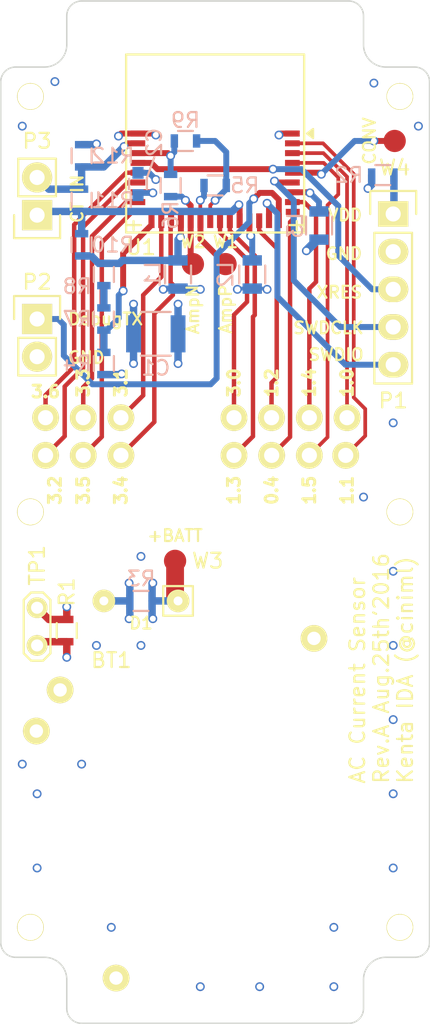
<source format=kicad_pcb>
(kicad_pcb (version 4) (host pcbnew 4.0.1-stable)

  (general
    (links 65)
    (no_connects 0)
    (area 133.461667 65.274999 166.636905 134.725001)
    (thickness 1.6)
    (drawings 52)
    (tracks 344)
    (zones 0)
    (modules 42)
    (nets 37)
  )

  (page A4)
  (layers
    (0 F.Cu signal hide)
    (1 In1.Cu power hide)
    (2 In2.Cu power hide)
    (31 B.Cu signal)
    (32 B.Adhes user)
    (33 F.Adhes user hide)
    (34 B.Paste user)
    (35 F.Paste user hide)
    (36 B.SilkS user)
    (37 F.SilkS user hide)
    (38 B.Mask user)
    (39 F.Mask user hide)
    (40 Dwgs.User user hide)
    (41 Cmts.User user)
    (42 Eco1.User user)
    (43 Eco2.User user)
    (44 Edge.Cuts user)
    (45 Margin user)
    (46 B.CrtYd user)
    (47 F.CrtYd user)
    (48 B.Fab user)
    (49 F.Fab user)
  )

  (setup
    (last_trace_width 0.25)
    (trace_clearance 0.2)
    (zone_clearance 0.254)
    (zone_45_only yes)
    (trace_min 0.2)
    (segment_width 0.15)
    (edge_width 0.15)
    (via_size 0.6)
    (via_drill 0.4)
    (via_min_size 0.4)
    (via_min_drill 0.3)
    (uvia_size 0.3)
    (uvia_drill 0.1)
    (uvias_allowed no)
    (uvia_min_size 0.2)
    (uvia_min_drill 0.1)
    (pcb_text_width 0.3)
    (pcb_text_size 1.5 1.5)
    (mod_edge_width 0.15)
    (mod_text_size 1 1)
    (mod_text_width 0.15)
    (pad_size 1.524 1.524)
    (pad_drill 0.762)
    (pad_to_mask_clearance 0.2)
    (aux_axis_origin 150 100)
    (grid_origin 150 100)
    (visible_elements 7FFFFD7F)
    (pcbplotparams
      (layerselection 0x010fc_80000007)
      (usegerberextensions true)
      (excludeedgelayer true)
      (linewidth 0.100000)
      (plotframeref false)
      (viasonmask false)
      (mode 1)
      (useauxorigin true)
      (hpglpennumber 1)
      (hpglpenspeed 20)
      (hpglpendiameter 15)
      (hpglpenoverlay 2)
      (psnegative false)
      (psa4output false)
      (plotreference true)
      (plotvalue false)
      (plotinvisibletext false)
      (padsonsilk false)
      (subtractmaskfromsilk false)
      (outputformat 1)
      (mirror false)
      (drillshape 0)
      (scaleselection 1)
      (outputdirectory Gerber))
  )

  (net 0 "")
  (net 1 "Net-(BT1-Pad1)")
  (net 2 GND)
  (net 3 +BATT)
  (net 4 "Net-(C2-Pad1)")
  (net 5 "Net-(D1-PadA)")
  (net 6 /BATTREF)
  (net 7 "Net-(L2-Pad2)")
  (net 8 VDD)
  (net 9 "Net-(P1-Pad1)")
  (net 10 /XRES)
  (net 11 /SWDCLK)
  (net 12 /SWDIO)
  (net 13 /DebugTX)
  (net 14 /OA_H_P)
  (net 15 /OA_L_N)
  (net 16 /PIN_1.1)
  (net 17 /PIN_1.0)
  (net 18 /PIN_1.5)
  (net 19 /PIN_1.4)
  (net 20 /PIN_0.4)
  (net 21 /PIN_1.2)
  (net 22 /PIN_1.3)
  (net 23 /PIN_3.0)
  (net 24 /PIN_3.4)
  (net 25 /PIN_3.1)
  (net 26 /PIN_3.3)
  (net 27 /PIN_3.5)
  (net 28 /PIN_3.6)
  (net 29 /PIN_3.2)
  (net 30 /OA_H_N)
  (net 31 /OA_H_OUT)
  (net 32 /OA_L_P)
  (net 33 /OA_L_OUT)
  (net 34 /CONVERTED)
  (net 35 VDDA)
  (net 36 "Net-(R7-Pad1)")

  (net_class Default "これは標準のネット クラスです。"
    (clearance 0.2)
    (trace_width 0.25)
    (via_dia 0.6)
    (via_drill 0.4)
    (uvia_dia 0.3)
    (uvia_drill 0.1)
    (add_net +BATT)
    (add_net /BATTREF)
    (add_net /CONVERTED)
    (add_net /DebugTX)
    (add_net /OA_H_N)
    (add_net /OA_H_OUT)
    (add_net /OA_H_P)
    (add_net /OA_L_N)
    (add_net /OA_L_OUT)
    (add_net /OA_L_P)
    (add_net /PIN_0.4)
    (add_net /PIN_1.0)
    (add_net /PIN_1.1)
    (add_net /PIN_1.2)
    (add_net /PIN_1.3)
    (add_net /PIN_1.4)
    (add_net /PIN_1.5)
    (add_net /PIN_3.0)
    (add_net /PIN_3.1)
    (add_net /PIN_3.2)
    (add_net /PIN_3.3)
    (add_net /PIN_3.4)
    (add_net /PIN_3.5)
    (add_net /PIN_3.6)
    (add_net /SWDCLK)
    (add_net /SWDIO)
    (add_net /XRES)
    (add_net GND)
    (add_net "Net-(BT1-Pad1)")
    (add_net "Net-(C2-Pad1)")
    (add_net "Net-(D1-PadA)")
    (add_net "Net-(L2-Pad2)")
    (add_net "Net-(P1-Pad1)")
    (add_net "Net-(R7-Pad1)")
    (add_net VDD)
    (add_net VDDA)
  )

  (module takachi:CSPB-75 (layer F.Cu) (tedit 57BC8C5E) (tstamp 57BC8DA2)
    (at 150 100)
    (path /57B9C8AB)
    (fp_text reference BT1 (at -7 10) (layer F.SilkS)
      (effects (font (size 1 1) (thickness 0.15)))
    )
    (fp_text value Battery (at 0 20) (layer F.Fab)
      (effects (font (size 1 1) (thickness 0.15)))
    )
    (fp_circle (center 0 20) (end 10 20) (layer F.Fab) (width 0.15))
    (fp_line (start -10 -30) (end -14.45 -30) (layer Dwgs.User) (width 0.15))
    (fp_line (start -10 -34.45) (end -10 -30) (layer Dwgs.User) (width 0.15))
    (fp_line (start -10 34.45) (end 10 34.45) (layer Dwgs.User) (width 0.15))
    (fp_line (start 14.45 -30) (end 14.45 30) (layer Dwgs.User) (width 0.15))
    (fp_line (start -14.45 -30) (end -14.45 30) (layer Dwgs.User) (width 0.15))
    (fp_line (start -10 -34.45) (end 10 -34.45) (layer Dwgs.User) (width 0.15))
    (fp_line (start 10 -34.45) (end 10 -30) (layer Dwgs.User) (width 0.15))
    (fp_line (start 14.45 -30) (end 10 -30) (layer Dwgs.User) (width 0.15))
    (fp_line (start 14.45 30) (end 10 30) (layer Dwgs.User) (width 0.15))
    (fp_line (start -10 30) (end -14.45 30) (layer Dwgs.User) (width 0.15))
    (fp_line (start -10 30) (end -10 34.45) (layer Dwgs.User) (width 0.15))
    (fp_line (start 10 30) (end 10 34.45) (layer Dwgs.User) (width 0.15))
    (pad 1 thru_hole circle (at -10.45 12) (size 1.8 1.8) (drill 0.9) (layers *.Cu *.Mask F.SilkS)
      (net 1 "Net-(BT1-Pad1)"))
    (pad 1 thru_hole circle (at -12.049999 14.771281) (size 1.8 1.8) (drill 0.9) (layers *.Cu *.Mask F.SilkS)
      (net 1 "Net-(BT1-Pad1)"))
    (pad 2 thru_hole circle (at 6.661457 8.526276) (size 1.8 1.8) (drill 0.9) (layers *.Cu *.Mask F.SilkS)
      (net 2 GND))
    (pad 2 thru_hole circle (at -6.678123 31.4181) (size 1.8 1.8) (drill 0.9) (layers *.Cu *.Mask F.SilkS)
      (net 2 GND))
    (pad "" np_thru_hole circle (at -12.45 -28) (size 1.8 1.8) (drill 1.7) (layers *.Cu *.Mask F.SilkS))
    (pad "" np_thru_hole circle (at 12.45 -28) (size 1.8 1.8) (drill 1.7) (layers *.Cu *.Mask F.SilkS))
    (pad "" np_thru_hole circle (at -12.45 28) (size 1.8 1.8) (drill 1.7) (layers *.Cu *.Mask F.SilkS))
    (pad "" np_thru_hole circle (at 12.45 28) (size 1.8 1.8) (drill 1.7) (layers *.Cu *.Mask F.SilkS))
    (pad "" np_thru_hole circle (at 12.45 0) (size 1.8 1.8) (drill 1.7) (layers *.Cu *.Mask F.SilkS))
    (pad "" np_thru_hole circle (at -12.45 0) (size 1.8 1.8) (drill 1.7) (layers *.Cu *.Mask F.SilkS))
  )

  (module Resistors_SMD:R_0603 (layer B.Cu) (tedit 5415CC62) (tstamp 57BC910F)
    (at 141 82 270)
    (descr "Resistor SMD 0603, reflow soldering, Vishay (see dcrcw.pdf)")
    (tags "resistor 0603")
    (path /57B86C15)
    (attr smd)
    (fp_text reference R10 (at 0 -2.1 540) (layer B.SilkS)
      (effects (font (size 1 1) (thickness 0.15)) (justify mirror))
    )
    (fp_text value 100k (at 0 0 270) (layer B.Fab)
      (effects (font (size 1 1) (thickness 0.15)) (justify mirror))
    )
    (fp_line (start -1.3 0.8) (end 1.3 0.8) (layer B.CrtYd) (width 0.05))
    (fp_line (start -1.3 -0.8) (end 1.3 -0.8) (layer B.CrtYd) (width 0.05))
    (fp_line (start -1.3 0.8) (end -1.3 -0.8) (layer B.CrtYd) (width 0.05))
    (fp_line (start 1.3 0.8) (end 1.3 -0.8) (layer B.CrtYd) (width 0.05))
    (fp_line (start 0.5 -0.675) (end -0.5 -0.675) (layer B.SilkS) (width 0.15))
    (fp_line (start -0.5 0.675) (end 0.5 0.675) (layer B.SilkS) (width 0.15))
    (pad 1 smd rect (at -0.75 0 270) (size 0.5 0.9) (layers B.Cu B.Paste B.Mask)
      (net 14 /OA_H_P))
    (pad 2 smd rect (at 0.75 0 270) (size 0.5 0.9) (layers B.Cu B.Paste B.Mask)
      (net 35 VDDA))
    (model Resistors_SMD.3dshapes/R_0603.wrl
      (at (xyz 0 0 0))
      (scale (xyz 1 1 1))
      (rotate (xyz 0 0 0))
    )
  )

  (module Capacitors_SMD:C_1210 (layer B.Cu) (tedit 5415D85D) (tstamp 57BC8DA8)
    (at 146 88 180)
    (descr "Capacitor SMD 1210, reflow soldering, AVX (see smccp.pdf)")
    (tags "capacitor 1210")
    (path /57B9CD10)
    (attr smd)
    (fp_text reference C1 (at 0 -2.3 180) (layer B.SilkS)
      (effects (font (size 1 1) (thickness 0.15)) (justify mirror))
    )
    (fp_text value 100u (at 0 0 180) (layer B.Fab)
      (effects (font (size 1 1) (thickness 0.15)) (justify mirror))
    )
    (fp_line (start -2.3 1.6) (end 2.3 1.6) (layer B.CrtYd) (width 0.05))
    (fp_line (start -2.3 -1.6) (end 2.3 -1.6) (layer B.CrtYd) (width 0.05))
    (fp_line (start -2.3 1.6) (end -2.3 -1.6) (layer B.CrtYd) (width 0.05))
    (fp_line (start 2.3 1.6) (end 2.3 -1.6) (layer B.CrtYd) (width 0.05))
    (fp_line (start 1 1.475) (end -1 1.475) (layer B.SilkS) (width 0.15))
    (fp_line (start -1 -1.475) (end 1 -1.475) (layer B.SilkS) (width 0.15))
    (pad 1 smd rect (at -1.5 0 180) (size 1 2.5) (layers B.Cu B.Paste B.Mask)
      (net 3 +BATT))
    (pad 2 smd rect (at 1.5 0 180) (size 1 2.5) (layers B.Cu B.Paste B.Mask)
      (net 2 GND))
    (model Capacitors_SMD.3dshapes/C_1210.wrl
      (at (xyz 0 0 0))
      (scale (xyz 1 1 1))
      (rotate (xyz 0 0 0))
    )
  )

  (module semitec:CRD-E (layer F.Cu) (tedit 57BC78E9) (tstamp 57BC8DB4)
    (at 145 106)
    (path /57B9DBE1)
    (fp_text reference D1 (at 0 1.5) (layer F.SilkS)
      (effects (font (size 0.8 0.8) (thickness 0.15)))
    )
    (fp_text value E-452 (at 0 0) (layer F.Fab)
      (effects (font (size 0.8 0.8) (thickness 0.15)))
    )
    (fp_line (start 3.5 1) (end 3.5 -1) (layer F.SilkS) (width 0.15))
    (fp_line (start 1.5 1) (end 3.5 1) (layer F.SilkS) (width 0.15))
    (fp_line (start 1.5 -1) (end 1.5 1) (layer F.SilkS) (width 0.15))
    (fp_line (start 3.5 -1) (end 1.5 -1) (layer F.SilkS) (width 0.15))
    (fp_line (start 2.3 0) (end 2.5 0) (layer F.Fab) (width 0.5))
    (fp_line (start -2.1 -1) (end -2.1 1) (layer F.Fab) (width 0.15))
    (fp_line (start -2.1 -1) (end 2.1 -1) (layer F.Fab) (width 0.15))
    (fp_line (start 2.1 -1) (end 2.1 1) (layer F.Fab) (width 0.15))
    (fp_line (start -2.1 1) (end 2.1 1) (layer F.Fab) (width 0.15))
    (fp_line (start 1.5 -1) (end 1.5 1) (layer F.Fab) (width 0.15))
    (fp_line (start -2.3 0) (end -2.5 0) (layer F.Fab) (width 0.5))
    (pad K thru_hole circle (at 2.5 0) (size 1.524 1.524) (drill 0.6) (layers *.Cu *.Mask F.SilkS)
      (net 3 +BATT))
    (pad A thru_hole circle (at -2.5 0) (size 1.524 1.524) (drill 0.6) (layers *.Cu *.Mask F.SilkS)
      (net 5 "Net-(D1-PadA)"))
  )

  (module Resistors_SMD:R_0805 (layer B.Cu) (tedit 5415CDEB) (tstamp 57BC8DC7)
    (at 147.5 84 90)
    (descr "Resistor SMD 0805, reflow soldering, Vishay (see dcrcw.pdf)")
    (tags "resistor 0805")
    (path /57BA133D)
    (attr smd)
    (fp_text reference L1 (at 0 -1.7 90) (layer B.SilkS)
      (effects (font (size 1 1) (thickness 0.15)) (justify mirror))
    )
    (fp_text value BLM21PG331SN (at 0 0 90) (layer B.Fab)
      (effects (font (size 1 1) (thickness 0.15)) (justify mirror))
    )
    (fp_line (start -1.6 1) (end 1.6 1) (layer B.CrtYd) (width 0.05))
    (fp_line (start -1.6 -1) (end 1.6 -1) (layer B.CrtYd) (width 0.05))
    (fp_line (start -1.6 1) (end -1.6 -1) (layer B.CrtYd) (width 0.05))
    (fp_line (start 1.6 1) (end 1.6 -1) (layer B.CrtYd) (width 0.05))
    (fp_line (start 0.6 -0.875) (end -0.6 -0.875) (layer B.SilkS) (width 0.15))
    (fp_line (start -0.6 0.875) (end 0.6 0.875) (layer B.SilkS) (width 0.15))
    (pad 1 smd rect (at -0.95 0 90) (size 0.7 1.3) (layers B.Cu B.Paste B.Mask)
      (net 3 +BATT))
    (pad 2 smd rect (at 0.95 0 90) (size 0.7 1.3) (layers B.Cu B.Paste B.Mask)
      (net 35 VDDA))
    (model Resistors_SMD.3dshapes/R_0805.wrl
      (at (xyz 0 0 0))
      (scale (xyz 1 1 1))
      (rotate (xyz 0 0 0))
    )
  )

  (module Resistors_SMD:R_0805 (layer B.Cu) (tedit 5415CDEB) (tstamp 57BC8DCD)
    (at 152.5 84 90)
    (descr "Resistor SMD 0805, reflow soldering, Vishay (see dcrcw.pdf)")
    (tags "resistor 0805")
    (path /57BA17ED)
    (attr smd)
    (fp_text reference L2 (at 0 -1.8 90) (layer B.SilkS)
      (effects (font (size 1 1) (thickness 0.15)) (justify mirror))
    )
    (fp_text value BLM21PG331SN (at 0 0 90) (layer B.Fab)
      (effects (font (size 1 1) (thickness 0.15)) (justify mirror))
    )
    (fp_line (start -1.6 1) (end 1.6 1) (layer B.CrtYd) (width 0.05))
    (fp_line (start -1.6 -1) (end 1.6 -1) (layer B.CrtYd) (width 0.05))
    (fp_line (start -1.6 1) (end -1.6 -1) (layer B.CrtYd) (width 0.05))
    (fp_line (start 1.6 1) (end 1.6 -1) (layer B.CrtYd) (width 0.05))
    (fp_line (start 0.6 -0.875) (end -0.6 -0.875) (layer B.SilkS) (width 0.15))
    (fp_line (start -0.6 0.875) (end 0.6 0.875) (layer B.SilkS) (width 0.15))
    (pad 1 smd rect (at -0.95 0 90) (size 0.7 1.3) (layers B.Cu B.Paste B.Mask)
      (net 3 +BATT))
    (pad 2 smd rect (at 0.95 0 90) (size 0.7 1.3) (layers B.Cu B.Paste B.Mask)
      (net 7 "Net-(L2-Pad2)"))
    (model Resistors_SMD.3dshapes/R_0805.wrl
      (at (xyz 0 0 0))
      (scale (xyz 1 1 1))
      (rotate (xyz 0 0 0))
    )
  )

  (module Resistors_SMD:R_0805 (layer B.Cu) (tedit 5415CDEB) (tstamp 57BC8DD3)
    (at 157 80.7 90)
    (descr "Resistor SMD 0805, reflow soldering, Vishay (see dcrcw.pdf)")
    (tags "resistor 0805")
    (path /57BA0EB6)
    (attr smd)
    (fp_text reference L3 (at 0 -1.6 270) (layer B.SilkS)
      (effects (font (size 1 1) (thickness 0.15)) (justify mirror))
    )
    (fp_text value BLM21PG331SN (at 0 0 90) (layer B.Fab)
      (effects (font (size 1 1) (thickness 0.15)) (justify mirror))
    )
    (fp_line (start -1.6 1) (end 1.6 1) (layer B.CrtYd) (width 0.05))
    (fp_line (start -1.6 -1) (end 1.6 -1) (layer B.CrtYd) (width 0.05))
    (fp_line (start -1.6 1) (end -1.6 -1) (layer B.CrtYd) (width 0.05))
    (fp_line (start 1.6 1) (end 1.6 -1) (layer B.CrtYd) (width 0.05))
    (fp_line (start 0.6 -0.875) (end -0.6 -0.875) (layer B.SilkS) (width 0.15))
    (fp_line (start -0.6 0.875) (end 0.6 0.875) (layer B.SilkS) (width 0.15))
    (pad 1 smd rect (at -0.95 0 90) (size 0.7 1.3) (layers B.Cu B.Paste B.Mask)
      (net 3 +BATT))
    (pad 2 smd rect (at 0.95 0 90) (size 0.7 1.3) (layers B.Cu B.Paste B.Mask)
      (net 8 VDD))
    (model Resistors_SMD.3dshapes/R_0805.wrl
      (at (xyz 0 0 0))
      (scale (xyz 1 1 1))
      (rotate (xyz 0 0 0))
    )
  )

  (module Pin_Headers:Pin_Header_Straight_1x05 (layer F.Cu) (tedit 54EA0684) (tstamp 57BC8DDC)
    (at 162 79.92)
    (descr "Through hole pin header")
    (tags "pin header")
    (path /57B874EC)
    (fp_text reference P1 (at 0 12.58) (layer F.SilkS)
      (effects (font (size 1 1) (thickness 0.15)))
    )
    (fp_text value PROG (at -3 6 270) (layer F.Fab)
      (effects (font (size 1 1) (thickness 0.15)))
    )
    (fp_line (start -1.55 0) (end -1.55 -1.55) (layer F.SilkS) (width 0.15))
    (fp_line (start -1.55 -1.55) (end 1.55 -1.55) (layer F.SilkS) (width 0.15))
    (fp_line (start 1.55 -1.55) (end 1.55 0) (layer F.SilkS) (width 0.15))
    (fp_line (start -1.75 -1.75) (end -1.75 11.95) (layer F.CrtYd) (width 0.05))
    (fp_line (start 1.75 -1.75) (end 1.75 11.95) (layer F.CrtYd) (width 0.05))
    (fp_line (start -1.75 -1.75) (end 1.75 -1.75) (layer F.CrtYd) (width 0.05))
    (fp_line (start -1.75 11.95) (end 1.75 11.95) (layer F.CrtYd) (width 0.05))
    (fp_line (start 1.27 1.27) (end 1.27 11.43) (layer F.SilkS) (width 0.15))
    (fp_line (start 1.27 11.43) (end -1.27 11.43) (layer F.SilkS) (width 0.15))
    (fp_line (start -1.27 11.43) (end -1.27 1.27) (layer F.SilkS) (width 0.15))
    (fp_line (start 1.27 1.27) (end -1.27 1.27) (layer F.SilkS) (width 0.15))
    (pad 1 thru_hole rect (at 0 0) (size 2.032 1.7272) (drill 1.016) (layers *.Cu *.Mask F.SilkS)
      (net 9 "Net-(P1-Pad1)"))
    (pad 2 thru_hole oval (at 0 2.54) (size 2.032 1.7272) (drill 1.016) (layers *.Cu *.Mask F.SilkS)
      (net 2 GND))
    (pad 3 thru_hole oval (at 0 5.08) (size 2.032 1.7272) (drill 1.016) (layers *.Cu *.Mask F.SilkS)
      (net 10 /XRES))
    (pad 4 thru_hole oval (at 0 7.62) (size 2.032 1.7272) (drill 1.016) (layers *.Cu *.Mask F.SilkS)
      (net 11 /SWDCLK))
    (pad 5 thru_hole oval (at 0 10.16) (size 2.032 1.7272) (drill 1.016) (layers *.Cu *.Mask F.SilkS)
      (net 12 /SWDIO))
    (model Pin_Headers.3dshapes/Pin_Header_Straight_1x05.wrl
      (at (xyz 0 -0.2 0))
      (scale (xyz 1 1 1))
      (rotate (xyz 0 0 90))
    )
  )

  (module Pin_Headers:Pin_Header_Straight_1x02 (layer F.Cu) (tedit 54EA090C) (tstamp 57BC8DE2)
    (at 138 87)
    (descr "Through hole pin header")
    (tags "pin header")
    (path /57BA465D)
    (fp_text reference P2 (at 0 -2.5) (layer F.SilkS)
      (effects (font (size 1 1) (thickness 0.15)))
    )
    (fp_text value DEBUG_TX (at 3 1 90) (layer F.Fab)
      (effects (font (size 1 1) (thickness 0.15)))
    )
    (fp_line (start 1.27 1.27) (end 1.27 3.81) (layer F.SilkS) (width 0.15))
    (fp_line (start 1.55 -1.55) (end 1.55 0) (layer F.SilkS) (width 0.15))
    (fp_line (start -1.75 -1.75) (end -1.75 4.3) (layer F.CrtYd) (width 0.05))
    (fp_line (start 1.75 -1.75) (end 1.75 4.3) (layer F.CrtYd) (width 0.05))
    (fp_line (start -1.75 -1.75) (end 1.75 -1.75) (layer F.CrtYd) (width 0.05))
    (fp_line (start -1.75 4.3) (end 1.75 4.3) (layer F.CrtYd) (width 0.05))
    (fp_line (start 1.27 1.27) (end -1.27 1.27) (layer F.SilkS) (width 0.15))
    (fp_line (start -1.55 0) (end -1.55 -1.55) (layer F.SilkS) (width 0.15))
    (fp_line (start -1.55 -1.55) (end 1.55 -1.55) (layer F.SilkS) (width 0.15))
    (fp_line (start -1.27 1.27) (end -1.27 3.81) (layer F.SilkS) (width 0.15))
    (fp_line (start -1.27 3.81) (end 1.27 3.81) (layer F.SilkS) (width 0.15))
    (pad 1 thru_hole rect (at 0 0) (size 2.032 2.032) (drill 1.016) (layers *.Cu *.Mask F.SilkS)
      (net 13 /DebugTX))
    (pad 2 thru_hole oval (at 0 2.54) (size 2.032 2.032) (drill 1.016) (layers *.Cu *.Mask F.SilkS)
      (net 2 GND))
    (model Pin_Headers.3dshapes/Pin_Header_Straight_1x02.wrl
      (at (xyz 0 -0.05 0))
      (scale (xyz 1 1 1))
      (rotate (xyz 0 0 90))
    )
  )

  (module Pin_Headers:Pin_Header_Straight_1x02 (layer F.Cu) (tedit 54EA090C) (tstamp 57BC8DE8)
    (at 138 80 180)
    (descr "Through hole pin header")
    (tags "pin header")
    (path /57B86E3D)
    (fp_text reference P3 (at 0 5 180) (layer F.SilkS)
      (effects (font (size 1 1) (thickness 0.15)))
    )
    (fp_text value CT (at 3 1 270) (layer F.Fab)
      (effects (font (size 1 1) (thickness 0.15)))
    )
    (fp_line (start 1.27 1.27) (end 1.27 3.81) (layer F.SilkS) (width 0.15))
    (fp_line (start 1.55 -1.55) (end 1.55 0) (layer F.SilkS) (width 0.15))
    (fp_line (start -1.75 -1.75) (end -1.75 4.3) (layer F.CrtYd) (width 0.05))
    (fp_line (start 1.75 -1.75) (end 1.75 4.3) (layer F.CrtYd) (width 0.05))
    (fp_line (start -1.75 -1.75) (end 1.75 -1.75) (layer F.CrtYd) (width 0.05))
    (fp_line (start -1.75 4.3) (end 1.75 4.3) (layer F.CrtYd) (width 0.05))
    (fp_line (start 1.27 1.27) (end -1.27 1.27) (layer F.SilkS) (width 0.15))
    (fp_line (start -1.55 0) (end -1.55 -1.55) (layer F.SilkS) (width 0.15))
    (fp_line (start -1.55 -1.55) (end 1.55 -1.55) (layer F.SilkS) (width 0.15))
    (fp_line (start -1.27 1.27) (end -1.27 3.81) (layer F.SilkS) (width 0.15))
    (fp_line (start -1.27 3.81) (end 1.27 3.81) (layer F.SilkS) (width 0.15))
    (pad 1 thru_hole rect (at 0 0 180) (size 2.032 2.032) (drill 1.016) (layers *.Cu *.Mask F.SilkS)
      (net 14 /OA_H_P))
    (pad 2 thru_hole oval (at 0 2.54 180) (size 2.032 2.032) (drill 1.016) (layers *.Cu *.Mask F.SilkS)
      (net 15 /OA_L_N))
    (model Pin_Headers.3dshapes/Pin_Header_Straight_1x02.wrl
      (at (xyz 0 -0.05 0))
      (scale (xyz 1 1 1))
      (rotate (xyz 0 0 90))
    )
  )

  (module local:OptionalPad_TH (layer F.Cu) (tedit 57BDD29E) (tstamp 57BC8DED)
    (at 158.8 96.19)
    (path /57BA6C25)
    (fp_text reference P4 (at 0 1.81) (layer F.SilkS) hide
      (effects (font (size 1 1) (thickness 0.15)))
    )
    (fp_text value CONN_01X01 (at 0 -2) (layer F.Fab)
      (effects (font (size 1 1) (thickness 0.15)))
    )
    (pad 1 thru_hole circle (at 0 0) (size 1.8 1.8) (drill 1.02) (layers *.Cu *.Mask F.SilkS)
      (net 16 /PIN_1.1))
  )

  (module local:OptionalPad_TH (layer F.Cu) (tedit 57BDD285) (tstamp 57BC8DF2)
    (at 158.89 93.65)
    (path /57BA9EF3)
    (fp_text reference P5 (at 0 -1.65) (layer F.SilkS) hide
      (effects (font (size 1 1) (thickness 0.15)))
    )
    (fp_text value CONN_01X01 (at 0 -2) (layer F.Fab)
      (effects (font (size 1 1) (thickness 0.15)))
    )
    (pad 1 thru_hole circle (at 0 0) (size 1.8 1.8) (drill 1.02) (layers *.Cu *.Mask F.SilkS)
      (net 17 /PIN_1.0))
  )

  (module local:OptionalPad_TH (layer F.Cu) (tedit 57BDD29B) (tstamp 57BC8DF7)
    (at 156.35 96.19)
    (path /57BAA104)
    (fp_text reference P6 (at 0 1.81) (layer F.SilkS) hide
      (effects (font (size 1 1) (thickness 0.15)))
    )
    (fp_text value CONN_01X01 (at 0 -2) (layer F.Fab)
      (effects (font (size 1 1) (thickness 0.15)))
    )
    (pad 1 thru_hole circle (at 0 0) (size 1.8 1.8) (drill 1.02) (layers *.Cu *.Mask F.SilkS)
      (net 18 /PIN_1.5))
  )

  (module local:OptionalPad_TH (layer F.Cu) (tedit 57BDD289) (tstamp 57BC8DFC)
    (at 156.35 93.65)
    (path /57BAA140)
    (fp_text reference P7 (at 0 -1.65) (layer F.SilkS) hide
      (effects (font (size 1 1) (thickness 0.15)))
    )
    (fp_text value CONN_01X01 (at 0 -2) (layer F.Fab)
      (effects (font (size 1 1) (thickness 0.15)))
    )
    (pad 1 thru_hole circle (at 0 0) (size 1.8 1.8) (drill 1.02) (layers *.Cu *.Mask F.SilkS)
      (net 19 /PIN_1.4))
  )

  (module local:OptionalPad_TH (layer F.Cu) (tedit 57BDD295) (tstamp 57BC8E01)
    (at 153.81 96.19)
    (path /57BAAF8F)
    (fp_text reference P8 (at 0 1.81) (layer F.SilkS) hide
      (effects (font (size 1 1) (thickness 0.15)))
    )
    (fp_text value CONN_01X01 (at 0 -2) (layer F.Fab)
      (effects (font (size 1 1) (thickness 0.15)))
    )
    (pad 1 thru_hole circle (at 0 0) (size 1.8 1.8) (drill 1.02) (layers *.Cu *.Mask F.SilkS)
      (net 20 /PIN_0.4))
  )

  (module local:OptionalPad_TH (layer F.Cu) (tedit 57BDD28C) (tstamp 57BC8E06)
    (at 153.8 93.65)
    (path /57BAAF97)
    (fp_text reference P9 (at 0 -1.65) (layer F.SilkS) hide
      (effects (font (size 1 1) (thickness 0.15)))
    )
    (fp_text value CONN_01X01 (at 0 -2) (layer F.Fab)
      (effects (font (size 1 1) (thickness 0.15)))
    )
    (pad 1 thru_hole circle (at 0 0) (size 1.8 1.8) (drill 1.02) (layers *.Cu *.Mask F.SilkS)
      (net 21 /PIN_1.2))
  )

  (module local:OptionalPad_TH (layer F.Cu) (tedit 57BDD292) (tstamp 57BC8E0B)
    (at 151.27 96.19)
    (path /57BAAF9F)
    (fp_text reference P10 (at 0 1.81) (layer F.SilkS) hide
      (effects (font (size 1 1) (thickness 0.15)))
    )
    (fp_text value CONN_01X01 (at 0 -2) (layer F.Fab) hide
      (effects (font (size 1 1) (thickness 0.15)))
    )
    (pad 1 thru_hole circle (at 0 0) (size 1.8 1.8) (drill 1.02) (layers *.Cu *.Mask F.SilkS)
      (net 22 /PIN_1.3))
  )

  (module local:OptionalPad_TH (layer F.Cu) (tedit 57BDD28E) (tstamp 57BC8E10)
    (at 151.27 93.65)
    (path /57BAAFA7)
    (fp_text reference P11 (at 0 -1.65) (layer F.SilkS) hide
      (effects (font (size 1 1) (thickness 0.15)))
    )
    (fp_text value CONN_01X01 (at 0 -2) (layer F.Fab) hide
      (effects (font (size 1 1) (thickness 0.15)))
    )
    (pad 1 thru_hole circle (at 0 0) (size 1.8 1.8) (drill 1.02) (layers *.Cu *.Mask F.SilkS)
      (net 23 /PIN_3.0))
  )

  (module local:OptionalPad_TH (layer F.Cu) (tedit 57BDD2B2) (tstamp 57BC8E15)
    (at 143.65 96.19)
    (path /57BAB527)
    (fp_text reference P12 (at 0 2.5) (layer F.SilkS) hide
      (effects (font (size 1 1) (thickness 0.15)))
    )
    (fp_text value CONN_01X01 (at 0 -2) (layer F.Fab)
      (effects (font (size 1 1) (thickness 0.15)))
    )
    (pad 1 thru_hole circle (at 0 0) (size 1.8 1.8) (drill 1.02) (layers *.Cu *.Mask F.SilkS)
      (net 24 /PIN_3.4))
  )

  (module local:OptionalPad_TH (layer F.Cu) (tedit 57BDD2BB) (tstamp 57BC8E1A)
    (at 143.65 93.65)
    (path /57BAB52F)
    (fp_text reference P13 (at 0 -1.65) (layer F.SilkS) hide
      (effects (font (size 1 1) (thickness 0.15)))
    )
    (fp_text value CONN_01X01 (at 0 -2) (layer F.Fab) hide
      (effects (font (size 1 1) (thickness 0.15)))
    )
    (pad 1 thru_hole circle (at 0 0) (size 1.8 1.8) (drill 1.02) (layers *.Cu *.Mask F.SilkS)
      (net 25 /PIN_3.1))
  )

  (module local:OptionalPad_TH (layer F.Cu) (tedit 57BDD2BE) (tstamp 57BC8E1F)
    (at 141.11 93.65)
    (path /57BAB537)
    (fp_text reference P14 (at 0 2.5) (layer F.SilkS) hide
      (effects (font (size 1 1) (thickness 0.15)))
    )
    (fp_text value CONN_01X01 (at 0 -2) (layer F.Fab) hide
      (effects (font (size 1 1) (thickness 0.15)))
    )
    (pad 1 thru_hole circle (at 0 0) (size 1.8 1.8) (drill 1.02) (layers *.Cu *.Mask F.SilkS)
      (net 26 /PIN_3.3))
  )

  (module local:OptionalPad_TH (layer F.Cu) (tedit 57BDD2B5) (tstamp 57BC8E24)
    (at 141.11 96.19)
    (path /57BBC1EC)
    (fp_text reference P15 (at 0 2.5) (layer F.SilkS) hide
      (effects (font (size 1 1) (thickness 0.15)))
    )
    (fp_text value CONN_01X01 (at 0 -2) (layer F.Fab) hide
      (effects (font (size 1 1) (thickness 0.15)))
    )
    (pad 1 thru_hole circle (at 0 0) (size 1.8 1.8) (drill 1.02) (layers *.Cu *.Mask F.SilkS)
      (net 27 /PIN_3.5))
  )

  (module local:OptionalPad_TH (layer F.Cu) (tedit 57BDD2C3) (tstamp 57BC8E29)
    (at 138.57 93.65)
    (path /57BAB547)
    (fp_text reference P16 (at 0 -1.65) (layer F.SilkS) hide
      (effects (font (size 1 1) (thickness 0.15)))
    )
    (fp_text value CONN_01X01 (at 0 -2) (layer F.Fab) hide
      (effects (font (size 1 1) (thickness 0.15)))
    )
    (pad 1 thru_hole circle (at 0 0) (size 1.8 1.8) (drill 1.02) (layers *.Cu *.Mask F.SilkS)
      (net 28 /PIN_3.6))
  )

  (module local:OptionalPad_TH (layer F.Cu) (tedit 57BDD2B7) (tstamp 57BC8E2E)
    (at 138.57 96.19)
    (path /57BAB53F)
    (fp_text reference P17 (at 0 2.5) (layer F.SilkS) hide
      (effects (font (size 1 1) (thickness 0.15)))
    )
    (fp_text value CONN_01X01 (at 0 -2) (layer F.Fab)
      (effects (font (size 1 1) (thickness 0.15)))
    )
    (pad 1 thru_hole circle (at 0 0) (size 1.8 1.8) (drill 1.02) (layers *.Cu *.Mask F.SilkS)
      (net 29 /PIN_3.2))
  )

  (module Resistors_SMD:R_0603 (layer F.Cu) (tedit 57BDD58F) (tstamp 57BC8E34)
    (at 140 108 90)
    (descr "Resistor SMD 0603, reflow soldering, Vishay (see dcrcw.pdf)")
    (tags "resistor 0603")
    (path /57B9E288)
    (attr smd)
    (fp_text reference R1 (at 2.6 0 90) (layer F.SilkS)
      (effects (font (size 1 1) (thickness 0.15)))
    )
    (fp_text value 0R (at 0 0 90) (layer F.Fab)
      (effects (font (size 1 1) (thickness 0.15)))
    )
    (fp_line (start -1.3 -0.8) (end 1.3 -0.8) (layer F.CrtYd) (width 0.05))
    (fp_line (start -1.3 0.8) (end 1.3 0.8) (layer F.CrtYd) (width 0.05))
    (fp_line (start -1.3 -0.8) (end -1.3 0.8) (layer F.CrtYd) (width 0.05))
    (fp_line (start 1.3 -0.8) (end 1.3 0.8) (layer F.CrtYd) (width 0.05))
    (fp_line (start 0.5 0.675) (end -0.5 0.675) (layer F.SilkS) (width 0.15))
    (fp_line (start -0.5 -0.675) (end 0.5 -0.675) (layer F.SilkS) (width 0.15))
    (pad 1 smd rect (at -0.75 0 90) (size 0.5 0.9) (layers F.Cu F.Paste F.Mask)
      (net 1 "Net-(BT1-Pad1)"))
    (pad 2 smd rect (at 0.75 0 90) (size 0.5 0.9) (layers F.Cu F.Paste F.Mask)
      (net 5 "Net-(D1-PadA)"))
    (model Resistors_SMD.3dshapes/R_0603.wrl
      (at (xyz 0 0 0))
      (scale (xyz 1 1 1))
      (rotate (xyz 0 0 0))
    )
  )

  (module Resistors_SMD:R_0603 (layer B.Cu) (tedit 5415CC62) (tstamp 57BC8E3A)
    (at 161.3 77.3 180)
    (descr "Resistor SMD 0603, reflow soldering, Vishay (see dcrcw.pdf)")
    (tags "resistor 0603")
    (path /57B9F71A)
    (attr smd)
    (fp_text reference R2 (at 2.3 0 360) (layer B.SilkS)
      (effects (font (size 1 1) (thickness 0.15)) (justify mirror))
    )
    (fp_text value 0R (at 0 0 180) (layer B.Fab)
      (effects (font (size 1 1) (thickness 0.15)) (justify mirror))
    )
    (fp_line (start -1.3 0.8) (end 1.3 0.8) (layer B.CrtYd) (width 0.05))
    (fp_line (start -1.3 -0.8) (end 1.3 -0.8) (layer B.CrtYd) (width 0.05))
    (fp_line (start -1.3 0.8) (end -1.3 -0.8) (layer B.CrtYd) (width 0.05))
    (fp_line (start 1.3 0.8) (end 1.3 -0.8) (layer B.CrtYd) (width 0.05))
    (fp_line (start 0.5 -0.675) (end -0.5 -0.675) (layer B.SilkS) (width 0.15))
    (fp_line (start -0.5 0.675) (end 0.5 0.675) (layer B.SilkS) (width 0.15))
    (pad 1 smd rect (at -0.75 0 180) (size 0.5 0.9) (layers B.Cu B.Paste B.Mask)
      (net 9 "Net-(P1-Pad1)"))
    (pad 2 smd rect (at 0.75 0 180) (size 0.5 0.9) (layers B.Cu B.Paste B.Mask)
      (net 3 +BATT))
    (model Resistors_SMD.3dshapes/R_0603.wrl
      (at (xyz 0 0 0))
      (scale (xyz 1 1 1))
      (rotate (xyz 0 0 0))
    )
  )

  (module Resistors_SMD:R_0603 (layer B.Cu) (tedit 5415CC62) (tstamp 57BC8E40)
    (at 145 106)
    (descr "Resistor SMD 0603, reflow soldering, Vishay (see dcrcw.pdf)")
    (tags "resistor 0603")
    (path /57B9E843)
    (attr smd)
    (fp_text reference R3 (at 0 -1.5) (layer B.SilkS)
      (effects (font (size 1 1) (thickness 0.15)) (justify mirror))
    )
    (fp_text value 0R (at 0 0) (layer B.Fab)
      (effects (font (size 1 1) (thickness 0.15)) (justify mirror))
    )
    (fp_line (start -1.3 0.8) (end 1.3 0.8) (layer B.CrtYd) (width 0.05))
    (fp_line (start -1.3 -0.8) (end 1.3 -0.8) (layer B.CrtYd) (width 0.05))
    (fp_line (start -1.3 0.8) (end -1.3 -0.8) (layer B.CrtYd) (width 0.05))
    (fp_line (start 1.3 0.8) (end 1.3 -0.8) (layer B.CrtYd) (width 0.05))
    (fp_line (start 0.5 -0.675) (end -0.5 -0.675) (layer B.SilkS) (width 0.15))
    (fp_line (start -0.5 0.675) (end 0.5 0.675) (layer B.SilkS) (width 0.15))
    (pad 1 smd rect (at -0.75 0) (size 0.5 0.9) (layers B.Cu B.Paste B.Mask)
      (net 5 "Net-(D1-PadA)"))
    (pad 2 smd rect (at 0.75 0) (size 0.5 0.9) (layers B.Cu B.Paste B.Mask)
      (net 3 +BATT))
    (model Resistors_SMD.3dshapes/R_0603.wrl
      (at (xyz 0 0 0))
      (scale (xyz 1 1 1))
      (rotate (xyz 0 0 0))
    )
  )

  (module Resistors_SMD:R_0603 (layer B.Cu) (tedit 5415CC62) (tstamp 57BC8E46)
    (at 142.5 90 90)
    (descr "Resistor SMD 0603, reflow soldering, Vishay (see dcrcw.pdf)")
    (tags "resistor 0603")
    (path /57BAE029)
    (attr smd)
    (fp_text reference R4 (at 0 -1.8 180) (layer B.SilkS)
      (effects (font (size 1 1) (thickness 0.15)) (justify mirror))
    )
    (fp_text value 100k (at 0 0 90) (layer B.Fab)
      (effects (font (size 1 1) (thickness 0.15)) (justify mirror))
    )
    (fp_line (start -1.3 0.8) (end 1.3 0.8) (layer B.CrtYd) (width 0.05))
    (fp_line (start -1.3 -0.8) (end 1.3 -0.8) (layer B.CrtYd) (width 0.05))
    (fp_line (start -1.3 0.8) (end -1.3 -0.8) (layer B.CrtYd) (width 0.05))
    (fp_line (start 1.3 0.8) (end 1.3 -0.8) (layer B.CrtYd) (width 0.05))
    (fp_line (start 0.5 -0.675) (end -0.5 -0.675) (layer B.SilkS) (width 0.15))
    (fp_line (start -0.5 0.675) (end 0.5 0.675) (layer B.SilkS) (width 0.15))
    (pad 1 smd rect (at -0.75 0 90) (size 0.5 0.9) (layers B.Cu B.Paste B.Mask)
      (net 2 GND))
    (pad 2 smd rect (at 0.75 0 90) (size 0.5 0.9) (layers B.Cu B.Paste B.Mask)
      (net 6 /BATTREF))
    (model Resistors_SMD.3dshapes/R_0603.wrl
      (at (xyz 0 0 0))
      (scale (xyz 1 1 1))
      (rotate (xyz 0 0 0))
    )
  )

  (module Resistors_SMD:R_0603 (layer B.Cu) (tedit 5415CC62) (tstamp 57BC8E4C)
    (at 150 78 180)
    (descr "Resistor SMD 0603, reflow soldering, Vishay (see dcrcw.pdf)")
    (tags "resistor 0603")
    (path /57B868CB)
    (attr smd)
    (fp_text reference R5 (at -2 0 180) (layer B.SilkS)
      (effects (font (size 1 1) (thickness 0.15)) (justify mirror))
    )
    (fp_text value 10k (at 0 0 180) (layer B.Fab)
      (effects (font (size 1 1) (thickness 0.15)) (justify mirror))
    )
    (fp_line (start -1.3 0.8) (end 1.3 0.8) (layer B.CrtYd) (width 0.05))
    (fp_line (start -1.3 -0.8) (end 1.3 -0.8) (layer B.CrtYd) (width 0.05))
    (fp_line (start -1.3 0.8) (end -1.3 -0.8) (layer B.CrtYd) (width 0.05))
    (fp_line (start 1.3 0.8) (end 1.3 -0.8) (layer B.CrtYd) (width 0.05))
    (fp_line (start 0.5 -0.675) (end -0.5 -0.675) (layer B.SilkS) (width 0.15))
    (fp_line (start -0.5 0.675) (end 0.5 0.675) (layer B.SilkS) (width 0.15))
    (pad 1 smd rect (at -0.75 0 180) (size 0.5 0.9) (layers B.Cu B.Paste B.Mask)
      (net 30 /OA_H_N))
    (pad 2 smd rect (at 0.75 0 180) (size 0.5 0.9) (layers B.Cu B.Paste B.Mask)
      (net 31 /OA_H_OUT))
    (model Resistors_SMD.3dshapes/R_0603.wrl
      (at (xyz 0 0 0))
      (scale (xyz 1 1 1))
      (rotate (xyz 0 0 0))
    )
  )

  (module Resistors_SMD:R_0603 (layer B.Cu) (tedit 5415CC62) (tstamp 57BC8E52)
    (at 147 78 270)
    (descr "Resistor SMD 0603, reflow soldering, Vishay (see dcrcw.pdf)")
    (tags "resistor 0603")
    (path /57B86998)
    (attr smd)
    (fp_text reference R6 (at 2 0 270) (layer B.SilkS)
      (effects (font (size 1 1) (thickness 0.15)) (justify mirror))
    )
    (fp_text value 10k (at 0 0 270) (layer B.Fab)
      (effects (font (size 1 1) (thickness 0.15)) (justify mirror))
    )
    (fp_line (start -1.3 0.8) (end 1.3 0.8) (layer B.CrtYd) (width 0.05))
    (fp_line (start -1.3 -0.8) (end 1.3 -0.8) (layer B.CrtYd) (width 0.05))
    (fp_line (start -1.3 0.8) (end -1.3 -0.8) (layer B.CrtYd) (width 0.05))
    (fp_line (start 1.3 0.8) (end 1.3 -0.8) (layer B.CrtYd) (width 0.05))
    (fp_line (start 0.5 -0.675) (end -0.5 -0.675) (layer B.SilkS) (width 0.15))
    (fp_line (start -0.5 0.675) (end 0.5 0.675) (layer B.SilkS) (width 0.15))
    (pad 1 smd rect (at -0.75 0 270) (size 0.5 0.9) (layers B.Cu B.Paste B.Mask)
      (net 32 /OA_L_P))
    (pad 2 smd rect (at 0.75 0 270) (size 0.5 0.9) (layers B.Cu B.Paste B.Mask)
      (net 33 /OA_L_OUT))
    (model Resistors_SMD.3dshapes/R_0603.wrl
      (at (xyz 0 0 0))
      (scale (xyz 1 1 1))
      (rotate (xyz 0 0 0))
    )
  )

  (module Resistors_SMD:R_0603 (layer B.Cu) (tedit 5415CC62) (tstamp 57BC8E58)
    (at 142.5 87 270)
    (descr "Resistor SMD 0603, reflow soldering, Vishay (see dcrcw.pdf)")
    (tags "resistor 0603")
    (path /57BADBC7)
    (attr smd)
    (fp_text reference R7 (at 0 1.8 360) (layer B.SilkS)
      (effects (font (size 1 1) (thickness 0.15)) (justify mirror))
    )
    (fp_text value 100k (at 0 0 270) (layer B.Fab)
      (effects (font (size 1 1) (thickness 0.15)) (justify mirror))
    )
    (fp_line (start -1.3 0.8) (end 1.3 0.8) (layer B.CrtYd) (width 0.05))
    (fp_line (start -1.3 -0.8) (end 1.3 -0.8) (layer B.CrtYd) (width 0.05))
    (fp_line (start -1.3 0.8) (end -1.3 -0.8) (layer B.CrtYd) (width 0.05))
    (fp_line (start 1.3 0.8) (end 1.3 -0.8) (layer B.CrtYd) (width 0.05))
    (fp_line (start 0.5 -0.675) (end -0.5 -0.675) (layer B.SilkS) (width 0.15))
    (fp_line (start -0.5 0.675) (end 0.5 0.675) (layer B.SilkS) (width 0.15))
    (pad 1 smd rect (at -0.75 0 270) (size 0.5 0.9) (layers B.Cu B.Paste B.Mask)
      (net 36 "Net-(R7-Pad1)"))
    (pad 2 smd rect (at 0.75 0 270) (size 0.5 0.9) (layers B.Cu B.Paste B.Mask)
      (net 6 /BATTREF))
    (model Resistors_SMD.3dshapes/R_0603.wrl
      (at (xyz 0 0 0))
      (scale (xyz 1 1 1))
      (rotate (xyz 0 0 0))
    )
  )

  (module Resistors_SMD:R_0603 (layer B.Cu) (tedit 5415CC62) (tstamp 57BC8E5E)
    (at 142.5 84 270)
    (descr "Resistor SMD 0603, reflow soldering, Vishay (see dcrcw.pdf)")
    (tags "resistor 0603")
    (path /57BADF6F)
    (attr smd)
    (fp_text reference R8 (at 0.8 1.8 360) (layer B.SilkS)
      (effects (font (size 1 1) (thickness 0.15)) (justify mirror))
    )
    (fp_text value 100k (at 0 0 270) (layer B.Fab)
      (effects (font (size 1 1) (thickness 0.15)) (justify mirror))
    )
    (fp_line (start -1.3 0.8) (end 1.3 0.8) (layer B.CrtYd) (width 0.05))
    (fp_line (start -1.3 -0.8) (end 1.3 -0.8) (layer B.CrtYd) (width 0.05))
    (fp_line (start -1.3 0.8) (end -1.3 -0.8) (layer B.CrtYd) (width 0.05))
    (fp_line (start 1.3 0.8) (end 1.3 -0.8) (layer B.CrtYd) (width 0.05))
    (fp_line (start 0.5 -0.675) (end -0.5 -0.675) (layer B.SilkS) (width 0.15))
    (fp_line (start -0.5 0.675) (end 0.5 0.675) (layer B.SilkS) (width 0.15))
    (pad 1 smd rect (at -0.75 0 270) (size 0.5 0.9) (layers B.Cu B.Paste B.Mask)
      (net 35 VDDA))
    (pad 2 smd rect (at 0.75 0 270) (size 0.5 0.9) (layers B.Cu B.Paste B.Mask)
      (net 36 "Net-(R7-Pad1)"))
    (model Resistors_SMD.3dshapes/R_0603.wrl
      (at (xyz 0 0 0))
      (scale (xyz 1 1 1))
      (rotate (xyz 0 0 0))
    )
  )

  (module Resistors_SMD:R_0603 (layer B.Cu) (tedit 5415CC62) (tstamp 57BC8E64)
    (at 148 75)
    (descr "Resistor SMD 0603, reflow soldering, Vishay (see dcrcw.pdf)")
    (tags "resistor 0603")
    (path /57B869F1)
    (attr smd)
    (fp_text reference R9 (at 0 -1.4) (layer B.SilkS)
      (effects (font (size 1 1) (thickness 0.15)) (justify mirror))
    )
    (fp_text value 2k (at -0.085001 -0.075) (layer B.Fab)
      (effects (font (size 1 1) (thickness 0.15)) (justify mirror))
    )
    (fp_line (start -1.3 0.8) (end 1.3 0.8) (layer B.CrtYd) (width 0.05))
    (fp_line (start -1.3 -0.8) (end 1.3 -0.8) (layer B.CrtYd) (width 0.05))
    (fp_line (start -1.3 0.8) (end -1.3 -0.8) (layer B.CrtYd) (width 0.05))
    (fp_line (start 1.3 0.8) (end 1.3 -0.8) (layer B.CrtYd) (width 0.05))
    (fp_line (start 0.5 -0.675) (end -0.5 -0.675) (layer B.SilkS) (width 0.15))
    (fp_line (start -0.5 0.675) (end 0.5 0.675) (layer B.SilkS) (width 0.15))
    (pad 1 smd rect (at -0.75 0) (size 0.5 0.9) (layers B.Cu B.Paste B.Mask)
      (net 32 /OA_L_P))
    (pad 2 smd rect (at 0.75 0) (size 0.5 0.9) (layers B.Cu B.Paste B.Mask)
      (net 30 /OA_H_N))
    (model Resistors_SMD.3dshapes/R_0603.wrl
      (at (xyz 0 0 0))
      (scale (xyz 1 1 1))
      (rotate (xyz 0 0 0))
    )
  )

  (module Measurement_Points:Test_Point_2Pads (layer F.Cu) (tedit 56C3646A) (tstamp 57BC8E7C)
    (at 138 109 90)
    (descr "Connecteurs 2 pins")
    (tags "CONN DEV")
    (path /57B9DD18)
    (attr virtual)
    (fp_text reference TP1 (at 5.4 0 90) (layer F.SilkS)
      (effects (font (size 1 1) (thickness 0.15)))
    )
    (fp_text value CURRENT (at 1.27 0 90) (layer F.Fab)
      (effects (font (size 1 1) (thickness 0.15)))
    )
    (fp_line (start -0.65 1.15) (end 3.15 1.15) (layer F.CrtYd) (width 0.05))
    (fp_line (start 3.15 1.15) (end 3.8 0.5) (layer F.CrtYd) (width 0.05))
    (fp_line (start 3.8 0.5) (end 3.8 -0.5) (layer F.CrtYd) (width 0.05))
    (fp_line (start 3.8 -0.5) (end 3.15 -1.15) (layer F.CrtYd) (width 0.05))
    (fp_line (start 3.15 -1.15) (end -0.65 -1.15) (layer F.CrtYd) (width 0.05))
    (fp_line (start -0.65 -1.15) (end -1.3 -0.5) (layer F.CrtYd) (width 0.05))
    (fp_line (start -1.3 -0.5) (end -1.3 0.5) (layer F.CrtYd) (width 0.05))
    (fp_line (start -1.3 0.5) (end -0.65 1.15) (layer F.CrtYd) (width 0.05))
    (fp_line (start -0.53 -0.9) (end 3.07 -0.9) (layer F.SilkS) (width 0.15))
    (fp_line (start 3.07 -0.9) (end 3.57 -0.4) (layer F.SilkS) (width 0.15))
    (fp_line (start 3.57 -0.4) (end 3.57 0.4) (layer F.SilkS) (width 0.15))
    (fp_line (start 3.57 0.4) (end 3.07 0.9) (layer F.SilkS) (width 0.15))
    (fp_line (start 3.07 0.9) (end -0.53 0.9) (layer F.SilkS) (width 0.15))
    (fp_line (start -0.53 0.9) (end -1.03 0.4) (layer F.SilkS) (width 0.15))
    (fp_line (start -1.03 0.4) (end -1.03 -0.4) (layer F.SilkS) (width 0.15))
    (fp_line (start -1.03 -0.4) (end -0.53 -0.9) (layer F.SilkS) (width 0.15))
    (pad 1 thru_hole circle (at 0 0 90) (size 1.4 1.4) (drill 0.8128) (layers *.Cu *.Mask F.SilkS)
      (net 1 "Net-(BT1-Pad1)"))
    (pad 2 thru_hole circle (at 2.54 0 90) (size 1.4 1.4) (drill 0.8128) (layers *.Cu *.Mask F.SilkS)
      (net 5 "Net-(D1-PadA)"))
  )

  (module Measurement_Points:Measurement_Point_Round-SMD-Pad_Small (layer F.Cu) (tedit 57BDD641) (tstamp 57BC8EA5)
    (at 150.7 83.3)
    (descr "Mesurement Point, Round, SMD Pad, DM 1.5mm,")
    (tags "Mesurement Point Round SMD Pad 1.5mm")
    (path /57BB1DB0)
    (attr virtual)
    (fp_text reference W1 (at 0 -1.5) (layer F.SilkS)
      (effects (font (size 0.8 0.8) (thickness 0.15)))
    )
    (fp_text value SENSE_OUT_P (at 0 2) (layer F.Fab)
      (effects (font (size 1 1) (thickness 0.15)))
    )
    (fp_circle (center 0 0) (end 1 0) (layer F.CrtYd) (width 0.05))
    (pad 1 smd circle (at 0 0) (size 1.5 1.5) (layers F.Cu F.Mask)
      (net 31 /OA_H_OUT))
  )

  (module Measurement_Points:Measurement_Point_Round-SMD-Pad_Small (layer F.Cu) (tedit 57BDD647) (tstamp 57BC8EAA)
    (at 148.5 83.3)
    (descr "Mesurement Point, Round, SMD Pad, DM 1.5mm,")
    (tags "Mesurement Point Round SMD Pad 1.5mm")
    (path /57BB1E52)
    (attr virtual)
    (fp_text reference W2 (at 0 -1.5) (layer F.SilkS)
      (effects (font (size 0.8 0.8) (thickness 0.15)))
    )
    (fp_text value SENSE_OUT_N (at 0 2) (layer F.Fab)
      (effects (font (size 1 1) (thickness 0.15)))
    )
    (fp_circle (center 0 0) (end 1 0) (layer F.CrtYd) (width 0.05))
    (pad 1 smd circle (at 0 0) (size 1.5 1.5) (layers F.Cu F.Mask)
      (net 33 /OA_L_OUT))
  )

  (module Measurement_Points:Measurement_Point_Round-SMD-Pad_Small (layer F.Cu) (tedit 56C35ED0) (tstamp 57BC8EAF)
    (at 147.3 103.3)
    (descr "Mesurement Point, Round, SMD Pad, DM 1.5mm,")
    (tags "Mesurement Point Round SMD Pad 1.5mm")
    (path /57BAC94B)
    (attr virtual)
    (fp_text reference W3 (at 2.2 0) (layer F.SilkS)
      (effects (font (size 1 1) (thickness 0.15)))
    )
    (fp_text value BATT (at 0 2) (layer F.Fab)
      (effects (font (size 1 1) (thickness 0.15)))
    )
    (fp_circle (center 0 0) (end 1 0) (layer F.CrtYd) (width 0.05))
    (pad 1 smd circle (at 0 0) (size 1.5 1.5) (layers F.Cu F.Mask)
      (net 3 +BATT))
  )

  (module Measurement_Points:Measurement_Point_Round-SMD-Pad_Small (layer F.Cu) (tedit 56C35ED0) (tstamp 57BC8EB4)
    (at 162.1 75)
    (descr "Mesurement Point, Round, SMD Pad, DM 1.5mm,")
    (tags "Mesurement Point Round SMD Pad 1.5mm")
    (path /57BA3EB8)
    (attr virtual)
    (fp_text reference W4 (at 0 1.8) (layer F.SilkS)
      (effects (font (size 1 1) (thickness 0.15)))
    )
    (fp_text value CONVERTED (at 0 2) (layer F.Fab)
      (effects (font (size 1 1) (thickness 0.15)))
    )
    (fp_circle (center 0 0) (end 1 0) (layer F.CrtYd) (width 0.05))
    (pad 1 smd circle (at 0 0) (size 1.5 1.5) (layers F.Cu F.Mask)
      (net 34 /CONVERTED))
  )

  (module Capacitors_SMD:C_0603 (layer B.Cu) (tedit 5415D631) (tstamp 57BC9096)
    (at 144.8 77.9 90)
    (descr "Capacitor SMD 0603, reflow soldering, AVX (see smccp.pdf)")
    (tags "capacitor 0603")
    (path /57BA664D)
    (attr smd)
    (fp_text reference C2 (at 2.8 1.1 90) (layer B.SilkS)
      (effects (font (size 1 1) (thickness 0.15)) (justify mirror))
    )
    (fp_text value 100n (at 0 0 90) (layer B.Fab)
      (effects (font (size 1 1) (thickness 0.15)) (justify mirror))
    )
    (fp_line (start -1.45 0.75) (end 1.45 0.75) (layer B.CrtYd) (width 0.05))
    (fp_line (start -1.45 -0.75) (end 1.45 -0.75) (layer B.CrtYd) (width 0.05))
    (fp_line (start -1.45 0.75) (end -1.45 -0.75) (layer B.CrtYd) (width 0.05))
    (fp_line (start 1.45 0.75) (end 1.45 -0.75) (layer B.CrtYd) (width 0.05))
    (fp_line (start -0.35 0.6) (end 0.35 0.6) (layer B.SilkS) (width 0.15))
    (fp_line (start 0.35 -0.6) (end -0.35 -0.6) (layer B.SilkS) (width 0.15))
    (pad 1 smd rect (at -0.75 0 90) (size 0.8 0.75) (layers B.Cu B.Paste B.Mask)
      (net 4 "Net-(C2-Pad1)"))
    (pad 2 smd rect (at 0.75 0 90) (size 0.8 0.75) (layers B.Cu B.Paste B.Mask)
      (net 2 GND))
    (model Capacitors_SMD.3dshapes/C_0603.wrl
      (at (xyz 0 0 0))
      (scale (xyz 1 1 1))
      (rotate (xyz 0 0 0))
    )
  )

  (module Resistors_SMD:R_0603 (layer B.Cu) (tedit 5415CC62) (tstamp 57BC9114)
    (at 141 79 270)
    (descr "Resistor SMD 0603, reflow soldering, Vishay (see dcrcw.pdf)")
    (tags "resistor 0603")
    (path /57B86BCE)
    (attr smd)
    (fp_text reference R11 (at 0 -2.1 540) (layer B.SilkS)
      (effects (font (size 1 1) (thickness 0.15)) (justify mirror))
    )
    (fp_text value 10 (at 0 0 270) (layer B.Fab)
      (effects (font (size 1 1) (thickness 0.15)) (justify mirror))
    )
    (fp_line (start -1.3 0.8) (end 1.3 0.8) (layer B.CrtYd) (width 0.05))
    (fp_line (start -1.3 -0.8) (end 1.3 -0.8) (layer B.CrtYd) (width 0.05))
    (fp_line (start -1.3 0.8) (end -1.3 -0.8) (layer B.CrtYd) (width 0.05))
    (fp_line (start 1.3 0.8) (end 1.3 -0.8) (layer B.CrtYd) (width 0.05))
    (fp_line (start 0.5 -0.675) (end -0.5 -0.675) (layer B.SilkS) (width 0.15))
    (fp_line (start -0.5 0.675) (end 0.5 0.675) (layer B.SilkS) (width 0.15))
    (pad 1 smd rect (at -0.75 0 270) (size 0.5 0.9) (layers B.Cu B.Paste B.Mask)
      (net 15 /OA_L_N))
    (pad 2 smd rect (at 0.75 0 270) (size 0.5 0.9) (layers B.Cu B.Paste B.Mask)
      (net 14 /OA_H_P))
    (model Resistors_SMD.3dshapes/R_0603.wrl
      (at (xyz 0 0 0))
      (scale (xyz 1 1 1))
      (rotate (xyz 0 0 0))
    )
  )

  (module Resistors_SMD:R_0603 (layer B.Cu) (tedit 5415CC62) (tstamp 57BC9119)
    (at 141 76 270)
    (descr "Resistor SMD 0603, reflow soldering, Vishay (see dcrcw.pdf)")
    (tags "resistor 0603")
    (path /57B86C5F)
    (attr smd)
    (fp_text reference R12 (at 0 -2.1 360) (layer B.SilkS)
      (effects (font (size 1 1) (thickness 0.15)) (justify mirror))
    )
    (fp_text value 100k (at 0 0 270) (layer B.Fab)
      (effects (font (size 1 1) (thickness 0.15)) (justify mirror))
    )
    (fp_line (start -1.3 0.8) (end 1.3 0.8) (layer B.CrtYd) (width 0.05))
    (fp_line (start -1.3 -0.8) (end 1.3 -0.8) (layer B.CrtYd) (width 0.05))
    (fp_line (start -1.3 0.8) (end -1.3 -0.8) (layer B.CrtYd) (width 0.05))
    (fp_line (start 1.3 0.8) (end 1.3 -0.8) (layer B.CrtYd) (width 0.05))
    (fp_line (start 0.5 -0.675) (end -0.5 -0.675) (layer B.SilkS) (width 0.15))
    (fp_line (start -0.5 0.675) (end 0.5 0.675) (layer B.SilkS) (width 0.15))
    (pad 1 smd rect (at -0.75 0 270) (size 0.5 0.9) (layers B.Cu B.Paste B.Mask)
      (net 2 GND))
    (pad 2 smd rect (at 0.75 0 270) (size 0.5 0.9) (layers B.Cu B.Paste B.Mask)
      (net 15 /OA_L_N))
    (model Resistors_SMD.3dshapes/R_0603.wrl
      (at (xyz 0 0 0))
      (scale (xyz 1 1 1))
      (rotate (xyz 0 0 0))
    )
  )

  (module CypressModule:CYBLE-014008-00 (layer F.Cu) (tedit 57BDE2FF) (tstamp 57BC8EA0)
    (at 150 74.5)
    (path /57B86731)
    (fp_text reference U1 (at -5 7.67) (layer F.SilkS)
      (effects (font (size 1 1) (thickness 0.15)))
    )
    (fp_text value CYBLE-014008-00 (at 0 -6.33) (layer F.Fab)
      (effects (font (size 1 1) (thickness 0.15)))
    )
    (fp_line (start -5.5 5.9) (end -5.5 6.5) (layer F.SilkS) (width 0.15))
    (fp_line (start -5 6.17) (end -6 6.17) (layer F.SilkS) (width 0.15))
    (fp_line (start 6.5 -0.2) (end 6.5 0.2) (layer F.SilkS) (width 0.15))
    (fp_line (start 6.4 -0.1) (end 6.4 0.1) (layer F.SilkS) (width 0.15))
    (fp_line (start 6.6 0.3) (end 6.2 0) (layer F.SilkS) (width 0.15))
    (fp_line (start 6.6 -0.3) (end 6.6 0.3) (layer F.SilkS) (width 0.15))
    (fp_line (start 6.2 0) (end 6.6 -0.3) (layer F.SilkS) (width 0.15))
    (fp_line (start 6 -5.33) (end -6 -5.33) (layer F.SilkS) (width 0.15))
    (fp_line (start 6 6.67) (end 6 -5.33) (layer F.SilkS) (width 0.15))
    (fp_line (start -6 6.67) (end 6 6.67) (layer F.SilkS) (width 0.15))
    (fp_line (start -6 -5.33) (end -6 6.67) (layer F.SilkS) (width 0.15))
    (fp_text user KEEPOUT (at 0 -7.83) (layer F.Fab)
      (effects (font (size 1 1) (thickness 0.15)))
    )
    (fp_line (start -9.5 -0.21) (end 9.5 -8.83) (layer F.Fab) (width 0.15))
    (fp_line (start -9.5 -8.83) (end 9.5 -0.21) (layer F.Fab) (width 0.15))
    (fp_line (start 9.5 -0.21) (end 9.5 -8.83) (layer F.Fab) (width 0.15))
    (fp_line (start -9.5 -0.21) (end 9.5 -0.21) (layer F.Fab) (width 0.15))
    (fp_line (start -9.5 -8.83) (end -9.5 -0.21) (layer F.Fab) (width 0.15))
    (fp_line (start 9.5 -8.83) (end -9.5 -8.83) (layer F.Fab) (width 0.15))
    (fp_line (start -5.5 6.17) (end -5.5 -4.83) (layer F.Fab) (width 0.15))
    (fp_line (start 5.5 6.17) (end -5.5 6.17) (layer F.Fab) (width 0.15))
    (fp_line (start 5.5 -4.83) (end 5.5 6.17) (layer F.Fab) (width 0.15))
    (fp_line (start -5.5 -4.83) (end 5.5 -4.83) (layer F.Fab) (width 0.15))
    (fp_line (start 6 6.17) (end 5 6.17) (layer F.SilkS) (width 0.15))
    (fp_line (start 5.5 5.9) (end 5.5 6.5) (layer F.SilkS) (width 0.15))
    (pad 1 smd rect (at 5.205 0) (size 0.99 0.41) (layers F.Cu F.Paste F.Mask)
      (net 2 GND))
    (pad 2 smd rect (at 5.205 0.66) (size 0.99 0.41) (layers F.Cu F.Paste F.Mask)
      (net 16 /PIN_1.1))
    (pad 3 smd rect (at 5.205 1.32) (size 0.99 0.41) (layers F.Cu F.Paste F.Mask)
      (net 17 /PIN_1.0))
    (pad 4 smd rect (at 5.205 1.98) (size 0.99 0.41) (layers F.Cu F.Paste F.Mask)
      (net 18 /PIN_1.5))
    (pad 5 smd rect (at 5.205 2.64) (size 0.99 0.41) (layers F.Cu F.Paste F.Mask)
      (net 34 /CONVERTED))
    (pad 6 smd rect (at 5.205 3.3) (size 0.99 0.41) (layers F.Cu F.Paste F.Mask)
      (net 11 /SWDCLK))
    (pad 7 smd rect (at 5.205 3.96) (size 0.99 0.41) (layers F.Cu F.Paste F.Mask)
      (net 8 VDD))
    (pad 8 smd rect (at 5.205 4.62) (size 0.99 0.41) (layers F.Cu F.Paste F.Mask)
      (net 19 /PIN_1.4))
    (pad 9 smd rect (at 5.23 5.28) (size 0.94 0.41) (layers F.Cu F.Paste F.Mask)
      (net 20 /PIN_0.4))
    (pad 32 smd rect (at -5.205 0) (size 0.99 0.41) (layers F.Cu F.Paste F.Mask)
      (net 2 GND))
    (pad 31 smd rect (at -5.205 0.66) (size 0.99 0.41) (layers F.Cu F.Paste F.Mask)
      (net 15 /OA_L_N))
    (pad 30 smd rect (at -5.205 1.32) (size 0.99 0.41) (layers F.Cu F.Paste F.Mask)
      (net 32 /OA_L_P))
    (pad 29 smd rect (at -5.205 1.98) (size 0.99 0.41) (layers F.Cu F.Paste F.Mask)
      (net 10 /XRES))
    (pad 28 smd rect (at -5.205 2.64) (size 0.99 0.41) (layers F.Cu F.Paste F.Mask)
      (net 28 /PIN_3.6))
    (pad 27 smd rect (at -5.205 3.3) (size 0.99 0.41) (layers F.Cu F.Paste F.Mask)
      (net 29 /PIN_3.2))
    (pad 26 smd rect (at -5.205 3.96) (size 0.99 0.41) (layers F.Cu F.Paste F.Mask)
      (net 4 "Net-(C2-Pad1)"))
    (pad 25 smd rect (at -5.205 4.62) (size 0.99 0.41) (layers F.Cu F.Paste F.Mask)
      (net 26 /PIN_3.3))
    (pad 24 smd rect (at -5.23 5.28) (size 0.94 0.41) (layers F.Cu F.Paste F.Mask)
      (net 27 /PIN_3.5))
    (pad 10 smd rect (at 4.29 5.875) (size 0.41 0.99) (layers F.Cu F.Paste F.Mask)
      (net 13 /DebugTX))
    (pad 11 smd rect (at 3.63 5.875) (size 0.41 0.99) (layers F.Cu F.Paste F.Mask)
      (net 12 /SWDIO))
    (pad 12 smd rect (at 2.97 5.875) (size 0.41 0.99) (layers F.Cu F.Paste F.Mask)
      (net 21 /PIN_1.2))
    (pad 13 smd rect (at 2.31 5.875) (size 0.41 0.99) (layers F.Cu F.Paste F.Mask)
      (net 7 "Net-(L2-Pad2)"))
    (pad 14 smd rect (at 1.65 5.875) (size 0.41 0.99) (layers F.Cu F.Paste F.Mask)
      (net 14 /OA_H_P))
    (pad 15 smd rect (at 0.99 5.875) (size 0.41 0.99) (layers F.Cu F.Paste F.Mask)
      (net 22 /PIN_1.3))
    (pad 16 smd rect (at 0.33 5.875) (size 0.41 0.99) (layers F.Cu F.Paste F.Mask)
      (net 23 /PIN_3.0))
    (pad 17 smd rect (at -0.33 5.875) (size 0.41 0.99) (layers F.Cu F.Paste F.Mask)
      (net 30 /OA_H_N))
    (pad 18 smd rect (at -0.99 5.875) (size 0.41 0.99) (layers F.Cu F.Paste F.Mask)
      (net 31 /OA_H_OUT))
    (pad 19 smd rect (at -1.65 5.875) (size 0.41 0.99) (layers F.Cu F.Paste F.Mask)
      (net 33 /OA_L_OUT))
    (pad 20 smd rect (at -2.31 5.875) (size 0.41 0.99) (layers F.Cu F.Paste F.Mask)
      (net 35 VDDA))
    (pad 21 smd rect (at -2.97 5.875) (size 0.41 0.99) (layers F.Cu F.Paste F.Mask)
      (net 24 /PIN_3.4))
    (pad 22 smd rect (at -3.63 5.875) (size 0.41 0.99) (layers F.Cu F.Paste F.Mask)
      (net 25 /PIN_3.1))
    (pad 23 smd rect (at -4.29 5.875) (size 0.41 0.99) (layers F.Cu F.Paste F.Mask)
      (net 6 /BATTREF))
  )

  (gr_text "AC Current Sensor\nRev.A Aug.25th'2016 \nKenta IDA (@ciniml)" (at 161.2 118.4 90) (layer F.SilkS)
    (effects (font (size 1 1) (thickness 0.15)) (justify left))
  )
  (gr_arc (start 158.999593 66.568573) (end 159.999593 66.568573) (angle -90) (layer Edge.Cuts) (width 0.1))
  (gr_line (start 135.549593 129.018573) (end 135.549593 71.018573) (layer Edge.Cuts) (width 0.1))
  (gr_line (start 161.499593 130.018573) (end 163.449593 130.018573) (layer Edge.Cuts) (width 0.1))
  (gr_line (start 159.999593 68.518573) (end 159.999593 66.568573) (layer Edge.Cuts) (width 0.1))
  (gr_line (start 164.449593 71.018573) (end 164.449593 129.018573) (layer Edge.Cuts) (width 0.1))
  (gr_arc (start 140.999593 66.568573) (end 140.999593 65.568573) (angle -90) (layer Edge.Cuts) (width 0.1))
  (gr_arc (start 163.449593 129.018573) (end 163.449593 130.018573) (angle -90) (layer Edge.Cuts) (width 0.1))
  (gr_arc (start 163.449593 71.018573) (end 164.449593 71.018573) (angle -90) (layer Edge.Cuts) (width 0.1))
  (gr_arc (start 161.499593 131.518573) (end 161.499593 130.018573) (angle -90) (layer Edge.Cuts) (width 0.1))
  (gr_arc (start 158.999593 133.468573) (end 158.999593 134.468573) (angle -90) (layer Edge.Cuts) (width 0.1))
  (gr_line (start 163.449593 70.018573) (end 161.499593 70.018573) (layer Edge.Cuts) (width 0.1))
  (gr_arc (start 161.499593 68.518573) (end 159.999593 68.518573) (angle -90) (layer Edge.Cuts) (width 0.1))
  (gr_line (start 136.549593 130.018573) (end 138.499593 130.018573) (layer Edge.Cuts) (width 0.1))
  (gr_arc (start 138.499593 131.518573) (end 139.999593 131.518573) (angle -90) (layer Edge.Cuts) (width 0.1))
  (gr_line (start 139.999593 131.518573) (end 139.999593 133.468573) (layer Edge.Cuts) (width 0.1))
  (gr_line (start 140.999593 65.568573) (end 158.999593 65.568573) (layer Edge.Cuts) (width 0.1))
  (gr_arc (start 136.549593 129.018573) (end 135.549593 129.018573) (angle -90) (layer Edge.Cuts) (width 0.1))
  (gr_arc (start 140.999593 133.468573) (end 139.999593 133.468573) (angle -90) (layer Edge.Cuts) (width 0.1))
  (gr_line (start 158.999593 134.468573) (end 140.999593 134.468573) (layer Edge.Cuts) (width 0.1))
  (gr_line (start 138.499593 70.018573) (end 136.549593 70.018573) (layer Edge.Cuts) (width 0.1))
  (gr_arc (start 138.499593 68.518573) (end 138.499593 70.018573) (angle -90) (layer Edge.Cuts) (width 0.1))
  (gr_arc (start 136.549593 71.018573) (end 136.549593 70.018573) (angle -90) (layer Edge.Cuts) (width 0.1))
  (gr_line (start 159.999593 133.468573) (end 159.999593 131.518573) (layer Edge.Cuts) (width 0.1))
  (gr_line (start 139.999593 66.568573) (end 139.999593 68.518573) (layer Edge.Cuts) (width 0.1))
  (gr_line (start 145.9 76.1) (end 145.4 77.5) (layer B.SilkS) (width 0.15))
  (gr_text +BATT (at 147.3 101.6) (layer F.SilkS) (tstamp 57BDD743)
    (effects (font (size 0.8 0.8) (thickness 0.15)))
  )
  (gr_text CONV (at 160.4 75 90) (layer F.SilkS) (tstamp 57BDD724)
    (effects (font (size 0.8 0.8) (thickness 0.15)))
  )
  (gr_text VDD (at 160 80) (layer F.SilkS) (tstamp 57BDD70B)
    (effects (font (size 0.8 0.8) (thickness 0.15)) (justify right))
  )
  (gr_text GND (at 160 82.6) (layer F.SilkS) (tstamp 57BDD700)
    (effects (font (size 0.8 0.8) (thickness 0.15)) (justify right))
  )
  (gr_text XRES (at 160 85.2) (layer F.SilkS) (tstamp 57BDD6F4)
    (effects (font (size 0.8 0.8) (thickness 0.15)) (justify right))
  )
  (gr_text SWDCLK (at 160.1 87.6) (layer F.SilkS) (tstamp 57BDD6EA)
    (effects (font (size 0.8 0.8) (thickness 0.15)) (justify right))
  )
  (gr_text SWDIO (at 160.1 89.4) (layer F.SilkS) (tstamp 57BDD6DA)
    (effects (font (size 0.8 0.8) (thickness 0.15)) (justify right))
  )
  (gr_text AmpN (at 148.5 84.6 90) (layer F.SilkS) (tstamp 57BDD686)
    (effects (font (size 0.8 0.8) (thickness 0.15)) (justify right))
  )
  (gr_text AmpP (at 150.7 84.6 90) (layer F.SilkS) (tstamp 57BDD665)
    (effects (font (size 0.8 0.8) (thickness 0.15)) (justify right))
  )
  (gr_text "CT IN" (at 140.7 78.9 90) (layer F.SilkS) (tstamp 57BDD607)
    (effects (font (size 0.8 0.8) (thickness 0.15)))
  )
  (gr_text GND (at 140 89.6) (layer F.SilkS) (tstamp 57BDD602)
    (effects (font (size 0.8 0.8) (thickness 0.15)) (justify left))
  )
  (gr_text DebugTX (at 140 87) (layer F.SilkS) (tstamp 57BDD5FE)
    (effects (font (size 0.8 0.8) (thickness 0.15)) (justify left))
  )
  (gr_text 3.0 (at 151.27 92.38 90) (layer F.SilkS) (tstamp 57BDD42C)
    (effects (font (size 0.8 0.8) (thickness 0.2)) (justify left))
  )
  (gr_text 1.2 (at 153.81 92.38 90) (layer F.SilkS) (tstamp 57BDD429)
    (effects (font (size 0.8 0.8) (thickness 0.2)) (justify left))
  )
  (gr_text 1.4 (at 156.35 92.38 90) (layer F.SilkS) (tstamp 57BDD426)
    (effects (font (size 0.8 0.8) (thickness 0.2)) (justify left))
  )
  (gr_text 1.0 (at 158.89 92.38 90) (layer F.SilkS) (tstamp 57BDD420)
    (effects (font (size 0.8 0.8) (thickness 0.2)) (justify left))
  )
  (gr_text 1.1 (at 158.89 97.46 90) (layer F.SilkS) (tstamp 57BDD41D)
    (effects (font (size 0.8 0.8) (thickness 0.2)) (justify right))
  )
  (gr_text 1.5 (at 156.35 97.46 90) (layer F.SilkS) (tstamp 57BDD41A)
    (effects (font (size 0.8 0.8) (thickness 0.2)) (justify right))
  )
  (gr_text 0.4 (at 153.81 97.46 90) (layer F.SilkS) (tstamp 57BDD417)
    (effects (font (size 0.8 0.8) (thickness 0.2)) (justify right))
  )
  (gr_text 1.3 (at 151.27 97.46 90) (layer F.SilkS) (tstamp 57BDD407)
    (effects (font (size 0.8 0.8) (thickness 0.2)) (justify right))
  )
  (gr_text 3.6 (at 138.57 91.9) (layer F.SilkS) (tstamp 57BDD343)
    (effects (font (size 0.8 0.8) (thickness 0.2)))
  )
  (gr_text 3.3 (at 141.11 92.38 90) (layer F.SilkS) (tstamp 57BDD338)
    (effects (font (size 0.8 0.8) (thickness 0.2)) (justify left))
  )
  (gr_text 3.1 (at 143.65 92.38 90) (layer F.SilkS) (tstamp 57BDD328)
    (effects (font (size 0.8 0.8) (thickness 0.2)) (justify left))
  )
  (gr_text 3.4 (at 143.65 97.46 90) (layer F.SilkS) (tstamp 57BDD313)
    (effects (font (size 0.8 0.8) (thickness 0.2)) (justify right))
  )
  (gr_text 3.5 (at 141.11 97.46 90) (layer F.SilkS) (tstamp 57BDD311)
    (effects (font (size 0.8 0.8) (thickness 0.2)) (justify right))
  )
  (gr_text 3.2 (at 139.205 97.46 90) (layer F.SilkS)
    (effects (font (size 0.8 0.8) (thickness 0.2)) (justify right))
  )

  (segment (start 140 108.75) (end 140 109.8) (width 0.5) (layer F.Cu) (net 1))
  (via (at 140 109.8) (size 0.6) (drill 0.4) (layers F.Cu B.Cu) (net 1))
  (segment (start 140 108.75) (end 138.25 108.75) (width 0.5) (layer F.Cu) (net 1))
  (segment (start 138.25 108.75) (end 138 109) (width 0.5) (layer F.Cu) (net 1))
  (segment (start 149 132) (end 143.903777 132) (width 0.25) (layer In1.Cu) (net 2))
  (segment (start 143.903777 132) (end 143.321877 131.4181) (width 0.25) (layer In1.Cu) (net 2))
  (segment (start 153 132) (end 149 132) (width 0.25) (layer In2.Cu) (net 2))
  (via (at 149 132) (size 0.6) (drill 0.4) (layers F.Cu B.Cu) (net 2))
  (segment (start 158 132) (end 153 132) (width 0.25) (layer In1.Cu) (net 2))
  (via (at 153 132) (size 0.6) (drill 0.4) (layers F.Cu B.Cu) (net 2))
  (segment (start 145 109) (end 145 103) (width 0.25) (layer In2.Cu) (net 2))
  (via (at 145 103) (size 0.6) (drill 0.4) (layers F.Cu B.Cu) (net 2))
  (segment (start 142 109) (end 145 109) (width 0.25) (layer In1.Cu) (net 2))
  (via (at 145 109) (size 0.6) (drill 0.4) (layers F.Cu B.Cu) (net 2))
  (segment (start 141 117) (end 141 110) (width 0.25) (layer In2.Cu) (net 2))
  (segment (start 141 110) (end 142 109) (width 0.25) (layer In2.Cu) (net 2))
  (via (at 142 109) (size 0.6) (drill 0.4) (layers F.Cu B.Cu) (net 2))
  (segment (start 137 117) (end 141 117) (width 0.25) (layer In1.Cu) (net 2))
  (via (at 141 117) (size 0.6) (drill 0.4) (layers F.Cu B.Cu) (net 2))
  (segment (start 138 119) (end 138 118) (width 0.25) (layer In2.Cu) (net 2))
  (segment (start 138 118) (end 137 117) (width 0.25) (layer In2.Cu) (net 2))
  (via (at 137 117) (size 0.6) (drill 0.4) (layers F.Cu B.Cu) (net 2))
  (segment (start 138 124) (end 138 119) (width 0.25) (layer In1.Cu) (net 2))
  (via (at 138 119) (size 0.6) (drill 0.4) (layers F.Cu B.Cu) (net 2))
  (segment (start 143 128) (end 139 124) (width 0.25) (layer In2.Cu) (net 2))
  (segment (start 139 124) (end 138 124) (width 0.25) (layer In2.Cu) (net 2))
  (via (at 138 124) (size 0.6) (drill 0.4) (layers F.Cu B.Cu) (net 2))
  (segment (start 143.321877 131.4181) (end 143.321877 128.321877) (width 0.25) (layer In1.Cu) (net 2))
  (segment (start 143.321877 128.321877) (end 143 128) (width 0.25) (layer In1.Cu) (net 2))
  (via (at 143 128) (size 0.6) (drill 0.4) (layers F.Cu B.Cu) (net 2))
  (segment (start 160 99) (end 162 97) (width 0.25) (layer In1.Cu) (net 2))
  (segment (start 162 97) (end 162 94) (width 0.25) (layer In1.Cu) (net 2))
  (via (at 162 94) (size 0.6) (drill 0.4) (layers F.Cu B.Cu) (net 2))
  (segment (start 160 102) (end 160 99) (width 0.25) (layer In2.Cu) (net 2))
  (via (at 160 99) (size 0.6) (drill 0.4) (layers F.Cu B.Cu) (net 2))
  (segment (start 162 104) (end 160 102) (width 0.25) (layer In2.Cu) (net 2))
  (segment (start 162 109) (end 162 104) (width 0.25) (layer In1.Cu) (net 2))
  (via (at 162 104) (size 0.6) (drill 0.4) (layers F.Cu B.Cu) (net 2))
  (segment (start 162 114) (end 162 109) (width 0.25) (layer In2.Cu) (net 2))
  (via (at 162 109) (size 0.6) (drill 0.4) (layers F.Cu B.Cu) (net 2))
  (segment (start 162 119) (end 162 114) (width 0.25) (layer In1.Cu) (net 2))
  (via (at 162 114) (size 0.6) (drill 0.4) (layers F.Cu B.Cu) (net 2))
  (segment (start 162 124) (end 162 119) (width 0.25) (layer In2.Cu) (net 2))
  (via (at 162 119) (size 0.6) (drill 0.4) (layers F.Cu B.Cu) (net 2))
  (segment (start 158 128) (end 162 124) (width 0.25) (layer In1.Cu) (net 2))
  (via (at 162 124) (size 0.6) (drill 0.4) (layers F.Cu B.Cu) (net 2))
  (segment (start 158 132) (end 158 128) (width 0.25) (layer In1.Cu) (net 2))
  (via (at 158 128) (size 0.6) (drill 0.4) (layers F.Cu B.Cu) (net 2))
  (segment (start 143.321877 131.4181) (end 157.4181 131.4181) (width 0.25) (layer In1.Cu) (net 2))
  (segment (start 157.4181 131.4181) (end 158 132) (width 0.25) (layer In1.Cu) (net 2))
  (via (at 158 132) (size 0.6) (drill 0.4) (layers F.Cu B.Cu) (net 2))
  (segment (start 139.2 74.4) (end 137.4 74.4) (width 0.25) (layer In1.Cu) (net 2))
  (segment (start 137.4 74.4) (end 137 74) (width 0.25) (layer In1.Cu) (net 2))
  (via (at 137 74) (size 0.6) (drill 0.4) (layers F.Cu B.Cu) (net 2))
  (segment (start 140 75.2) (end 139.2 74.4) (width 0.25) (layer In1.Cu) (net 2))
  (segment (start 139.2 74.4) (end 139.2 71) (width 0.25) (layer In1.Cu) (net 2))
  (via (at 139.2 71) (size 0.6) (drill 0.4) (layers F.Cu B.Cu) (net 2))
  (segment (start 140.2 75.2) (end 140 75.2) (width 0.25) (layer In1.Cu) (net 2))
  (segment (start 142 75.2) (end 140.2 75.2) (width 0.25) (layer In1.Cu) (net 2))
  (segment (start 163.341001 74.704003) (end 163.341001 74.358999) (width 0.25) (layer In1.Cu) (net 2))
  (segment (start 163.341001 74.358999) (end 163.7 74) (width 0.25) (layer In1.Cu) (net 2))
  (via (at 163.7 74) (size 0.6) (drill 0.4) (layers F.Cu B.Cu) (net 2))
  (segment (start 162 82.46) (end 162.1524 82.46) (width 0.25) (layer In1.Cu) (net 2))
  (segment (start 162.1524 82.46) (end 163.341001 81.271399) (width 0.25) (layer In1.Cu) (net 2))
  (via (at 160.7 71.1) (size 0.6) (drill 0.4) (layers F.Cu B.Cu) (net 2))
  (segment (start 163.341001 81.271399) (end 163.341001 74.704003) (width 0.25) (layer In1.Cu) (net 2))
  (segment (start 163.341001 74.704003) (end 160.7 72.063002) (width 0.25) (layer In1.Cu) (net 2))
  (segment (start 160.7 72.063002) (end 160.7 71.1) (width 0.25) (layer In1.Cu) (net 2))
  (segment (start 145.500103 77.15) (end 145.55 77.15) (width 0.4) (layer B.Cu) (net 2))
  (segment (start 145.55 77.15) (end 146 77.6) (width 0.4) (layer B.Cu) (net 2))
  (via (at 146 77.6) (size 0.6) (drill 0.4) (layers F.Cu B.Cu) (net 2))
  (segment (start 144.8 77.15) (end 145.500103 77.15) (width 0.4) (layer B.Cu) (net 2))
  (segment (start 155.205 74.5) (end 154.4 74.5) (width 0.4) (layer F.Cu) (net 2))
  (segment (start 154.4 74.5) (end 154.3 74.6) (width 0.4) (layer F.Cu) (net 2))
  (via (at 154.3 74.6) (size 0.6) (drill 0.4) (layers F.Cu B.Cu) (net 2))
  (segment (start 144.795 74.5) (end 145.9 74.5) (width 0.4) (layer F.Cu) (net 2))
  (segment (start 145.9 74.5) (end 146 74.6) (width 0.4) (layer F.Cu) (net 2))
  (via (at 146 74.6) (size 0.6) (drill 0.4) (layers F.Cu B.Cu) (net 2))
  (segment (start 144.795 74.5) (end 143.656331 74.5) (width 0.4) (layer F.Cu) (net 2))
  (segment (start 143.656331 74.5) (end 143.48487 74.671461) (width 0.4) (layer F.Cu) (net 2))
  (via (at 143.48487 74.671461) (size 0.6) (drill 0.4) (layers F.Cu B.Cu) (net 2))
  (segment (start 141 75.25) (end 141.95 75.25) (width 0.5) (layer B.Cu) (net 2))
  (segment (start 141.95 75.25) (end 142 75.2) (width 0.5) (layer B.Cu) (net 2))
  (via (at 142 75.2) (size 0.6) (drill 0.4) (layers F.Cu B.Cu) (net 2))
  (segment (start 144.5 88) (end 144.5 90) (width 0.5) (layer B.Cu) (net 2))
  (segment (start 144.5 88) (end 144.5 86) (width 0.5) (layer B.Cu) (net 2))
  (segment (start 142.5 90.75) (end 143.65 90.75) (width 0.5) (layer B.Cu) (net 2))
  (segment (start 143.65 90.75) (end 143.7 90.7) (width 0.5) (layer B.Cu) (net 2))
  (via (at 143.7 90.7) (size 0.6) (drill 0.4) (layers F.Cu B.Cu) (net 2))
  (via (at 144.5 90) (size 0.6) (drill 0.4) (layers F.Cu B.Cu) (net 2))
  (via (at 144.5 86) (size 0.6) (drill 0.4) (layers F.Cu B.Cu) (net 2))
  (segment (start 157 81.65) (end 156.89999 81.65) (width 0.6) (layer B.Cu) (net 3))
  (segment (start 156.89999 81.65) (end 156.14999 82.4) (width 0.6) (layer B.Cu) (net 3))
  (via (at 156.14999 82.4) (size 0.6) (drill 0.4) (layers F.Cu B.Cu) (net 3))
  (segment (start 145.75 106) (end 145.75 107.15) (width 0.5) (layer B.Cu) (net 3))
  (segment (start 145.75 107.15) (end 145.8 107.2) (width 0.5) (layer B.Cu) (net 3))
  (via (at 145.8 107.2) (size 0.6) (drill 0.4) (layers F.Cu B.Cu) (net 3))
  (segment (start 145.75 106) (end 145.75 104.85) (width 0.5) (layer B.Cu) (net 3))
  (segment (start 145.75 104.85) (end 145.8 104.8) (width 0.5) (layer B.Cu) (net 3))
  (via (at 145.8 104.8) (size 0.6) (drill 0.4) (layers F.Cu B.Cu) (net 3))
  (segment (start 160.55 77.3) (end 160.55 77.95) (width 0.5) (layer B.Cu) (net 3))
  (segment (start 160.55 77.95) (end 160.3 78.2) (width 0.5) (layer B.Cu) (net 3))
  (via (at 160.3 78.2) (size 0.6) (drill 0.4) (layers F.Cu B.Cu) (net 3))
  (segment (start 147.3 103.3) (end 147.3 105.8) (width 1.2) (layer F.Cu) (net 3))
  (segment (start 147.3 105.8) (end 147.5 106) (width 1.2) (layer F.Cu) (net 3))
  (segment (start 152.5 84.95) (end 151.55 84.95) (width 0.25) (layer B.Cu) (net 3))
  (segment (start 151.55 84.95) (end 151.5 85) (width 0.25) (layer B.Cu) (net 3))
  (segment (start 152.5 84.95) (end 153.45 84.95) (width 0.25) (layer B.Cu) (net 3))
  (segment (start 153.45 84.95) (end 153.5 85) (width 0.25) (layer B.Cu) (net 3))
  (segment (start 147.5 88) (end 147.5 86) (width 0.5) (layer B.Cu) (net 3))
  (segment (start 147.5 90) (end 147.5 88) (width 0.5) (layer B.Cu) (net 3))
  (segment (start 145.75 106) (end 147.5 106) (width 0.5) (layer B.Cu) (net 3))
  (via (at 147.5 90) (size 0.6) (drill 0.4) (layers F.Cu B.Cu) (net 3))
  (via (at 147.5 86) (size 0.6) (drill 0.4) (layers F.Cu B.Cu) (net 3))
  (via (at 153.5 85) (size 0.6) (drill 0.4) (layers F.Cu B.Cu) (net 3))
  (segment (start 151.55 84.95) (end 151.5 85) (width 0.25) (layer F.Cu) (net 3))
  (via (at 151.5 85) (size 0.6) (drill 0.4) (layers F.Cu B.Cu) (net 3))
  (segment (start 147.5 84.95) (end 146.55 84.95) (width 0.4) (layer B.Cu) (net 3))
  (segment (start 146.55 84.95) (end 146.5 85) (width 0.4) (layer B.Cu) (net 3))
  (via (at 146.5 85) (size 0.6) (drill 0.4) (layers F.Cu B.Cu) (net 3))
  (segment (start 147.5 84.95) (end 148.95 84.95) (width 0.4) (layer B.Cu) (net 3))
  (segment (start 148.95 84.95) (end 149 85) (width 0.4) (layer F.Cu) (net 3))
  (via (at 149 85) (size 0.6) (drill 0.4) (layers F.Cu B.Cu) (net 3))
  (segment (start 145.8 78.5) (end 144.95 78.5) (width 0.4) (layer B.Cu) (net 4))
  (segment (start 144.95 78.5) (end 144.8 78.65) (width 0.4) (layer B.Cu) (net 4))
  (segment (start 144.795 78.46) (end 145.76 78.46) (width 0.4) (layer F.Cu) (net 4))
  (segment (start 145.76 78.46) (end 145.8 78.5) (width 0.4) (layer F.Cu) (net 4))
  (via (at 145.8 78.5) (size 0.6) (drill 0.4) (layers F.Cu B.Cu) (net 4))
  (segment (start 144.25 106) (end 144.25 104.85) (width 0.5) (layer B.Cu) (net 5))
  (segment (start 144.25 104.85) (end 144.2 104.8) (width 0.5) (layer B.Cu) (net 5))
  (via (at 144.2 104.8) (size 0.6) (drill 0.4) (layers F.Cu B.Cu) (net 5))
  (segment (start 144.25 106) (end 144.25 107.15) (width 0.5) (layer B.Cu) (net 5))
  (segment (start 144.25 107.15) (end 144.2 107.2) (width 0.5) (layer B.Cu) (net 5))
  (via (at 144.2 107.2) (size 0.6) (drill 0.4) (layers F.Cu B.Cu) (net 5))
  (segment (start 140 107.25) (end 140 106.4) (width 0.5) (layer F.Cu) (net 5))
  (via (at 140 106.4) (size 0.6) (drill 0.4) (layers F.Cu B.Cu) (net 5))
  (segment (start 140 107.25) (end 138.79 107.25) (width 0.5) (layer F.Cu) (net 5))
  (segment (start 138.79 107.25) (end 138 106.46) (width 0.5) (layer F.Cu) (net 5))
  (segment (start 144.25 106) (end 142.5 106) (width 0.5) (layer B.Cu) (net 5))
  (via (at 142.5 106) (size 0.6) (drill 0.4) (layers F.Cu B.Cu) (net 5))
  (segment (start 143.8 85.1) (end 143.5 85.4) (width 0.4) (layer B.Cu) (net 6))
  (segment (start 143.5 85.4) (end 143.5 86.95) (width 0.4) (layer B.Cu) (net 6))
  (segment (start 143.5 86.95) (end 142.7 87.75) (width 0.4) (layer B.Cu) (net 6))
  (segment (start 142.7 87.75) (end 142.5 87.75) (width 0.4) (layer B.Cu) (net 6))
  (via (at 143.8 85.1) (size 0.6) (drill 0.4) (layers F.Cu B.Cu) (net 6))
  (segment (start 143.8 82.575) (end 143.8 85.1) (width 0.4) (layer F.Cu) (net 6))
  (segment (start 145.71 80.375) (end 145.71 80.665) (width 0.4) (layer F.Cu) (net 6))
  (segment (start 145.71 80.665) (end 143.8 82.575) (width 0.4) (layer F.Cu) (net 6))
  (segment (start 142.5 87.75) (end 142.5 89.25) (width 0.5) (layer B.Cu) (net 6))
  (segment (start 152.5 83.05) (end 152.5 81.5) (width 0.4) (layer B.Cu) (net 7))
  (segment (start 152.5 81.5) (end 152.4 81.4) (width 0.4) (layer B.Cu) (net 7))
  (segment (start 152.31 80.375) (end 152.31 81.31) (width 0.4) (layer F.Cu) (net 7))
  (segment (start 152.31 81.31) (end 152.4 81.4) (width 0.4) (layer F.Cu) (net 7))
  (via (at 152.4 81.4) (size 0.6) (drill 0.4) (layers F.Cu B.Cu) (net 7))
  (segment (start 155.205 78.46) (end 156.348573 78.46) (width 0.4) (layer F.Cu) (net 8))
  (segment (start 156.348573 78.46) (end 156.388583 78.50001) (width 0.4) (layer F.Cu) (net 8))
  (segment (start 157 79.75) (end 157 79.111427) (width 0.4) (layer B.Cu) (net 8))
  (segment (start 157 79.111427) (end 156.388583 78.50001) (width 0.4) (layer B.Cu) (net 8))
  (via (at 156.388583 78.50001) (size 0.6) (drill 0.4) (layers F.Cu B.Cu) (net 8))
  (segment (start 162.05 77.3) (end 162.05 79.87) (width 0.5) (layer B.Cu) (net 9))
  (segment (start 162.05 79.87) (end 162 79.92) (width 0.5) (layer B.Cu) (net 9))
  (segment (start 162 85) (end 160.584 85) (width 0.4) (layer B.Cu) (net 10))
  (segment (start 160.584 85) (end 158.3 82.716) (width 0.4) (layer B.Cu) (net 10))
  (segment (start 158.3 79.375425) (end 155.824575 76.9) (width 0.4) (layer B.Cu) (net 10))
  (segment (start 158.3 82.716) (end 158.3 79.375425) (width 0.4) (layer B.Cu) (net 10))
  (segment (start 155.824575 76.9) (end 153.9 76.9) (width 0.4) (layer B.Cu) (net 10))
  (segment (start 153.9 76.9) (end 146.11 76.9) (width 0.4) (layer F.Cu) (net 10))
  (segment (start 146.11 76.9) (end 145.69 76.48) (width 0.4) (layer F.Cu) (net 10))
  (segment (start 145.69 76.48) (end 144.795 76.48) (width 0.4) (layer F.Cu) (net 10))
  (via (at 153.9 76.9) (size 0.6) (drill 0.4) (layers F.Cu B.Cu) (net 10))
  (segment (start 162 85) (end 161.8476 85) (width 0.4) (layer F.Cu) (net 10))
  (segment (start 154 77.7) (end 154.1 77.8) (width 0.4) (layer F.Cu) (net 11))
  (segment (start 154 77.7) (end 155.299999 78.999999) (width 0.4) (layer B.Cu) (net 11))
  (segment (start 155.299999 78.999999) (end 155.299999 84.399999) (width 0.4) (layer B.Cu) (net 11))
  (segment (start 155.299999 84.399999) (end 158.44 87.54) (width 0.4) (layer B.Cu) (net 11))
  (segment (start 158.44 87.54) (end 162 87.54) (width 0.4) (layer B.Cu) (net 11))
  (segment (start 155.205 77.8) (end 154.1 77.8) (width 0.4) (layer F.Cu) (net 11))
  (via (at 154 77.7) (size 0.6) (drill 0.4) (layers F.Cu B.Cu) (net 11))
  (segment (start 162 87.54) (end 161.8476 87.54) (width 0.4) (layer F.Cu) (net 11))
  (segment (start 153.5 79.2) (end 154.200001 79.900001) (width 0.4) (layer B.Cu) (net 12))
  (segment (start 154.200001 79.900001) (end 154.200001 85.500001) (width 0.4) (layer B.Cu) (net 12))
  (segment (start 154.200001 85.500001) (end 158.78 90.08) (width 0.4) (layer B.Cu) (net 12))
  (segment (start 158.78 90.08) (end 162 90.08) (width 0.4) (layer B.Cu) (net 12))
  (segment (start 153.63 79.58) (end 153.63 79.33) (width 0.4) (layer F.Cu) (net 12))
  (segment (start 153.63 79.33) (end 153.5 79.2) (width 0.4) (layer F.Cu) (net 12))
  (via (at 153.5 79.2) (size 0.6) (drill 0.4) (layers F.Cu B.Cu) (net 12))
  (segment (start 153.63 80.375) (end 153.63 79.58) (width 0.4) (layer F.Cu) (net 12))
  (segment (start 162 90.08) (end 161.8476 90.08) (width 0.4) (layer B.Cu) (net 12))
  (segment (start 152.6 78.9) (end 152.300001 79.199999) (width 0.4) (layer B.Cu) (net 13))
  (segment (start 152.300001 79.199999) (end 152.300001 80.463997) (width 0.4) (layer B.Cu) (net 13))
  (segment (start 149.699999 91.400001) (end 141.729999 91.400001) (width 0.4) (layer B.Cu) (net 13))
  (segment (start 152.300001 80.463997) (end 150.1 82.663998) (width 0.4) (layer B.Cu) (net 13))
  (segment (start 150.1 82.663998) (end 150.1 91) (width 0.4) (layer B.Cu) (net 13))
  (segment (start 150.1 91) (end 149.699999 91.400001) (width 0.4) (layer B.Cu) (net 13))
  (segment (start 139.416 87) (end 138 87) (width 0.4) (layer B.Cu) (net 13))
  (segment (start 141.729999 91.400001) (end 139.8 89.470002) (width 0.4) (layer B.Cu) (net 13))
  (segment (start 139.8 89.470002) (end 139.8 87.384) (width 0.4) (layer B.Cu) (net 13))
  (segment (start 139.8 87.384) (end 139.416 87) (width 0.4) (layer B.Cu) (net 13))
  (segment (start 154.29 80.375) (end 154.29 78.953998) (width 0.4) (layer F.Cu) (net 13))
  (segment (start 154.29 78.953998) (end 153.836001 78.499999) (width 0.4) (layer F.Cu) (net 13))
  (segment (start 153.836001 78.499999) (end 153.000001 78.499999) (width 0.4) (layer F.Cu) (net 13))
  (segment (start 153.000001 78.499999) (end 152.6 78.9) (width 0.4) (layer F.Cu) (net 13))
  (via (at 152.6 78.9) (size 0.6) (drill 0.4) (layers F.Cu B.Cu) (net 13))
  (segment (start 151.65 80.375) (end 151.65 79.35) (width 0.4) (layer F.Cu) (net 14))
  (segment (start 151.65 79.35) (end 151.6 79.3) (width 0.4) (layer F.Cu) (net 14))
  (segment (start 141 79.75) (end 151.149999 79.750001) (width 0.5) (layer B.Cu) (net 14))
  (segment (start 151.149999 79.750001) (end 151.6 79.3) (width 0.5) (layer B.Cu) (net 14))
  (via (at 151.6 79.3) (size 0.6) (drill 0.4) (layers F.Cu B.Cu) (net 14))
  (segment (start 141 79.75) (end 141 81.25) (width 0.5) (layer B.Cu) (net 14))
  (segment (start 141 79.75) (end 138.25 79.75) (width 0.5) (layer B.Cu) (net 14))
  (segment (start 138.25 79.75) (end 138 80) (width 0.5) (layer B.Cu) (net 14))
  (segment (start 143.859587 75.378278) (end 142.487865 76.75) (width 0.5) (layer B.Cu) (net 15))
  (segment (start 142.487865 76.75) (end 142.328825 76.75) (width 0.5) (layer B.Cu) (net 15))
  (segment (start 144.795 75.16) (end 144.077865 75.16) (width 0.4) (layer F.Cu) (net 15))
  (segment (start 144.077865 75.16) (end 143.859587 75.378278) (width 0.4) (layer F.Cu) (net 15))
  (via (at 143.859587 75.378278) (size 0.6) (drill 0.4) (layers F.Cu B.Cu) (net 15))
  (segment (start 141 76.75) (end 142.328825 76.75) (width 0.5) (layer B.Cu) (net 15))
  (segment (start 141 78.25) (end 141 76.75) (width 0.5) (layer B.Cu) (net 15))
  (segment (start 141 78.25) (end 138.79 78.25) (width 0.5) (layer B.Cu) (net 15))
  (segment (start 138.79 78.25) (end 138 77.46) (width 0.5) (layer B.Cu) (net 15))
  (segment (start 158.8 96.19) (end 160.115001 94.874999) (width 0.25) (layer F.Cu) (net 16))
  (segment (start 160.115001 94.874999) (end 160.115001 93.061999) (width 0.25) (layer F.Cu) (net 16))
  (segment (start 155.95 75.16) (end 155.205 75.16) (width 0.25) (layer F.Cu) (net 16))
  (segment (start 160.115001 93.061999) (end 159.340009 92.287007) (width 0.25) (layer F.Cu) (net 16))
  (segment (start 159.340009 77.227649) (end 157.27236 75.16) (width 0.25) (layer F.Cu) (net 16))
  (segment (start 159.340009 92.287007) (end 159.340009 77.227649) (width 0.25) (layer F.Cu) (net 16))
  (segment (start 157.27236 75.16) (end 155.95 75.16) (width 0.25) (layer F.Cu) (net 16))
  (segment (start 158.89 93.65) (end 158.89 77.41405) (width 0.25) (layer F.Cu) (net 17))
  (segment (start 157.29595 75.82) (end 155.95 75.82) (width 0.25) (layer F.Cu) (net 17))
  (segment (start 158.89 77.41405) (end 157.29595 75.82) (width 0.25) (layer F.Cu) (net 17))
  (segment (start 155.95 75.82) (end 155.205 75.82) (width 0.25) (layer F.Cu) (net 17))
  (segment (start 156.35 96.19) (end 157.575001 94.964999) (width 0.25) (layer F.Cu) (net 18))
  (segment (start 157.575001 94.964999) (end 157.575001 79.324999) (width 0.25) (layer F.Cu) (net 18))
  (segment (start 157.575001 79.324999) (end 158.3 78.6) (width 0.25) (layer F.Cu) (net 18))
  (segment (start 158.3 78.6) (end 158.3 77.46046) (width 0.25) (layer F.Cu) (net 18))
  (segment (start 158.3 77.46046) (end 157.31954 76.48) (width 0.25) (layer F.Cu) (net 18))
  (segment (start 157.31954 76.48) (end 155.205 76.48) (width 0.25) (layer F.Cu) (net 18))
  (segment (start 156.8 84.5) (end 156.35 84.95) (width 0.3) (layer F.Cu) (net 19))
  (segment (start 156.35 84.95) (end 156.35 93.65) (width 0.3) (layer F.Cu) (net 19))
  (segment (start 156.8 79.92) (end 156.8 84.5) (width 0.3) (layer F.Cu) (net 19))
  (segment (start 155.205 79.12) (end 156 79.12) (width 0.3) (layer F.Cu) (net 19))
  (segment (start 156 79.12) (end 156.8 79.92) (width 0.3) (layer F.Cu) (net 19))
  (segment (start 153.81 96.19) (end 155.050001 94.949999) (width 0.3) (layer F.Cu) (net 20))
  (segment (start 155.050001 94.949999) (end 155.050001 80.464999) (width 0.3) (layer F.Cu) (net 20))
  (segment (start 155.050001 80.464999) (end 155.23 80.285) (width 0.3) (layer F.Cu) (net 20))
  (segment (start 155.23 80.285) (end 155.23 79.78) (width 0.3) (layer F.Cu) (net 20))
  (segment (start 154.150001 90.949999) (end 153.8 91.3) (width 0.3) (layer F.Cu) (net 21))
  (segment (start 153.8 91.3) (end 153.8 93.65) (width 0.3) (layer F.Cu) (net 21))
  (segment (start 152.97 80.375) (end 152.97 81.045002) (width 0.3) (layer F.Cu) (net 21))
  (segment (start 152.97 81.045002) (end 154.150001 82.225003) (width 0.3) (layer F.Cu) (net 21))
  (segment (start 154.150001 82.225003) (end 154.150001 90.949999) (width 0.3) (layer F.Cu) (net 21))
  (segment (start 150.99 80.375) (end 150.99 81.045002) (width 0.3) (layer F.Cu) (net 22))
  (segment (start 150.99 81.045002) (end 152.670007 82.725009) (width 0.3) (layer F.Cu) (net 22))
  (segment (start 152.670007 86.729993) (end 152.549999 86.850001) (width 0.3) (layer F.Cu) (net 22))
  (segment (start 152.670007 82.725009) (end 152.670007 86.729993) (width 0.3) (layer F.Cu) (net 22))
  (segment (start 152.549999 86.850001) (end 152.549999 94.910001) (width 0.3) (layer F.Cu) (net 22))
  (segment (start 152.549999 94.910001) (end 151.27 96.19) (width 0.3) (layer F.Cu) (net 22))
  (segment (start 152.169999 83.009999) (end 152.150001 83.029997) (width 0.3) (layer F.Cu) (net 23))
  (segment (start 152.150001 83.029997) (end 152.150001 85.842879) (width 0.3) (layer F.Cu) (net 23))
  (segment (start 152.150001 85.842879) (end 151.27 86.72288) (width 0.3) (layer F.Cu) (net 23))
  (segment (start 151.27 86.72288) (end 151.27 92.377208) (width 0.3) (layer F.Cu) (net 23))
  (segment (start 151.27 92.377208) (end 151.27 93.65) (width 0.3) (layer F.Cu) (net 23))
  (segment (start 150.33 80.375) (end 150.33 81.17) (width 0.3) (layer F.Cu) (net 23))
  (segment (start 150.33 81.17) (end 152.169999 83.009999) (width 0.3) (layer F.Cu) (net 23))
  (segment (start 147.03 80.375) (end 147.03 80.77) (width 0.3) (layer F.Cu) (net 24))
  (segment (start 147.03 80.77) (end 146.999989 80.800011) (width 0.3) (layer F.Cu) (net 24))
  (segment (start 146.999989 80.800011) (end 146.999989 84.537987) (width 0.3) (layer F.Cu) (net 24))
  (segment (start 145.9 93.94) (end 143.65 96.19) (width 0.3) (layer F.Cu) (net 24))
  (segment (start 146.999989 84.537987) (end 147.150001 84.687999) (width 0.3) (layer F.Cu) (net 24))
  (segment (start 147.150001 85.387997) (end 145.9 86.637998) (width 0.3) (layer F.Cu) (net 24))
  (segment (start 147.150001 84.687999) (end 147.150001 85.387997) (width 0.3) (layer F.Cu) (net 24))
  (segment (start 145.9 86.637998) (end 145.9 93.94) (width 0.3) (layer F.Cu) (net 24))
  (segment (start 146.37 80.375) (end 146.37 84.167998) (width 0.3) (layer F.Cu) (net 25))
  (segment (start 146.37 84.167998) (end 145.150001 85.387997) (width 0.3) (layer F.Cu) (net 25))
  (segment (start 145.150001 85.387997) (end 145.150001 92.149999) (width 0.3) (layer F.Cu) (net 25))
  (segment (start 145.150001 92.149999) (end 144.549999 92.750001) (width 0.3) (layer F.Cu) (net 25))
  (segment (start 144.549999 92.750001) (end 143.65 93.65) (width 0.3) (layer F.Cu) (net 25))
  (segment (start 141.7 91) (end 141.11 91.59) (width 0.3) (layer F.Cu) (net 26))
  (segment (start 141.11 91.59) (end 141.11 93.65) (width 0.3) (layer F.Cu) (net 26))
  (segment (start 141.7 81.42) (end 141.7 91) (width 0.3) (layer F.Cu) (net 26))
  (segment (start 144.795 79.12) (end 144 79.12) (width 0.3) (layer F.Cu) (net 26))
  (segment (start 144 79.12) (end 141.7 81.42) (width 0.3) (layer F.Cu) (net 26))
  (segment (start 144.77 79.78) (end 144.42 79.78) (width 0.3) (layer F.Cu) (net 27))
  (segment (start 142.360001 94.939999) (end 141.11 96.19) (width 0.3) (layer F.Cu) (net 27))
  (segment (start 144.42 79.78) (end 142.360001 81.839999) (width 0.3) (layer F.Cu) (net 27))
  (segment (start 142.360001 81.839999) (end 142.360001 94.939999) (width 0.3) (layer F.Cu) (net 27))
  (segment (start 144.795 77.14) (end 144 77.14) (width 0.3) (layer F.Cu) (net 28))
  (segment (start 144 77.14) (end 140.5 80.64) (width 0.3) (layer F.Cu) (net 28))
  (segment (start 140.5 80.64) (end 140.5 90.2) (width 0.3) (layer F.Cu) (net 28))
  (segment (start 140.5 90.2) (end 138.57 92.13) (width 0.3) (layer F.Cu) (net 28))
  (segment (start 138.57 92.13) (end 138.57 93.65) (width 0.3) (layer F.Cu) (net 28))
  (segment (start 138.57 96.19) (end 139.859999 94.900001) (width 0.3) (layer F.Cu) (net 29))
  (segment (start 139.859999 94.900001) (end 139.859999 91.547121) (width 0.3) (layer F.Cu) (net 29))
  (segment (start 139.859999 91.547121) (end 141.1 90.30712) (width 0.3) (layer F.Cu) (net 29))
  (segment (start 141.1 90.30712) (end 141.1 80.8) (width 0.3) (layer F.Cu) (net 29))
  (segment (start 141.1 80.8) (end 144.1 77.8) (width 0.3) (layer F.Cu) (net 29))
  (segment (start 144.1 77.8) (end 144.795 77.8) (width 0.3) (layer F.Cu) (net 29))
  (segment (start 150 79) (end 149.67 79.33) (width 0.25) (layer F.Cu) (net 30))
  (segment (start 149.67 79.33) (end 149.67 80.375) (width 0.25) (layer F.Cu) (net 30))
  (segment (start 150.75 78) (end 150.75 78.25) (width 0.25) (layer B.Cu) (net 30))
  (segment (start 150.75 78.25) (end 150 79) (width 0.4) (layer B.Cu) (net 30))
  (via (at 150 79) (size 0.6) (drill 0.4) (layers F.Cu B.Cu) (net 30))
  (segment (start 150 75) (end 150.75 75.75) (width 0.4) (layer B.Cu) (net 30))
  (segment (start 150.75 75.75) (end 150.75 78) (width 0.4) (layer B.Cu) (net 30))
  (segment (start 148.75 75) (end 150 75) (width 0.4) (layer B.Cu) (net 30))
  (segment (start 149.01 80.375) (end 149.01 81.61) (width 0.4) (layer F.Cu) (net 31))
  (segment (start 149.01 81.61) (end 150.7 83.3) (width 0.4) (layer F.Cu) (net 31))
  (segment (start 149 79) (end 149 80.365) (width 0.25) (layer F.Cu) (net 31))
  (segment (start 149 80.365) (end 149.01 80.375) (width 0.25) (layer F.Cu) (net 31))
  (segment (start 149.25 78) (end 149.25 78.75) (width 0.4) (layer B.Cu) (net 31))
  (segment (start 149.25 78.75) (end 149 79) (width 0.4) (layer B.Cu) (net 31))
  (via (at 149 79) (size 0.6) (drill 0.4) (layers F.Cu B.Cu) (net 31))
  (segment (start 147 76) (end 147 77.25) (width 0.4) (layer B.Cu) (net 32))
  (segment (start 147 76) (end 146.82 75.82) (width 0.4) (layer F.Cu) (net 32))
  (segment (start 146.82 75.82) (end 144.795 75.82) (width 0.4) (layer F.Cu) (net 32))
  (segment (start 147.25 75) (end 147.25 75.75) (width 0.4) (layer B.Cu) (net 32))
  (segment (start 147.25 75.75) (end 147 76) (width 0.4) (layer B.Cu) (net 32))
  (via (at 147 76) (size 0.6) (drill 0.4) (layers F.Cu B.Cu) (net 32))
  (segment (start 148.35 80.375) (end 148.35 83.15) (width 0.4) (layer F.Cu) (net 33))
  (segment (start 148.35 83.15) (end 148.5 83.3) (width 0.4) (layer F.Cu) (net 33))
  (segment (start 148 79) (end 148.35 79.35) (width 0.4) (layer F.Cu) (net 33))
  (segment (start 148.35 79.35) (end 148.35 80.375) (width 0.4) (layer F.Cu) (net 33))
  (segment (start 147 78.75) (end 147.75 78.75) (width 0.4) (layer B.Cu) (net 33))
  (segment (start 147.75 78.75) (end 148 79) (width 0.4) (layer B.Cu) (net 33))
  (via (at 148 79) (size 0.6) (drill 0.4) (layers F.Cu B.Cu) (net 33))
  (segment (start 160.7 75) (end 162.1 75) (width 0.4) (layer F.Cu) (net 34))
  (segment (start 157.157269 77.242731) (end 159.4 75) (width 0.4) (layer B.Cu) (net 34))
  (segment (start 159.4 75) (end 160.7 75) (width 0.4) (layer B.Cu) (net 34))
  (via (at 160.7 75) (size 0.6) (drill 0.4) (layers F.Cu B.Cu) (net 34))
  (segment (start 155.205 77.14) (end 157.054538 77.14) (width 0.4) (layer F.Cu) (net 34))
  (segment (start 157.054538 77.14) (end 157.157269 77.242731) (width 0.4) (layer F.Cu) (net 34))
  (via (at 157.157269 77.242731) (size 0.6) (drill 0.4) (layers F.Cu B.Cu) (net 34))
  (segment (start 147.69 80.375) (end 147.69 81.45999) (width 0.4) (layer F.Cu) (net 35))
  (segment (start 147.69 81.45999) (end 147.64999 81.5) (width 0.4) (layer F.Cu) (net 35))
  (segment (start 147.5 83.05) (end 147.5 81.64999) (width 0.5) (layer B.Cu) (net 35))
  (segment (start 147.5 81.64999) (end 147.64999 81.5) (width 0.5) (layer B.Cu) (net 35))
  (via (at 147.64999 81.5) (size 0.6) (drill 0.4) (layers F.Cu B.Cu) (net 35))
  (segment (start 142.5 83.25) (end 142.15 83.25) (width 0.5) (layer B.Cu) (net 35))
  (segment (start 142.15 83.25) (end 141.65 82.75) (width 0.5) (layer B.Cu) (net 35))
  (segment (start 141.65 82.75) (end 141 82.75) (width 0.5) (layer B.Cu) (net 35))
  (segment (start 143.75 83.05) (end 143.55 83.25) (width 0.5) (layer B.Cu) (net 35))
  (segment (start 143.55 83.25) (end 142.5 83.25) (width 0.5) (layer B.Cu) (net 35))
  (segment (start 147.5 83.05) (end 143.75 83.05) (width 0.5) (layer B.Cu) (net 35))
  (segment (start 142.5 84.75) (end 142.5 86.25) (width 0.5) (layer B.Cu) (net 36))

  (zone (net 0) (net_name "") (layer F.Cu) (tstamp 0) (hatch edge 0.508)
    (connect_pads (clearance 0.508))
    (min_thickness 0.254)
    (keepout (tracks not_allowed) (vias not_allowed) (copperpour not_allowed))
    (fill yes (arc_segments 16) (thermal_gap 0.508) (thermal_bridge_width 0.508))
    (polygon
      (pts
        (xy 140 65.5) (xy 160 65.5) (xy 160 74.25) (xy 140 74.25)
      )
    )
  )
  (zone (net 0) (net_name "") (layer B.Cu) (tstamp 0) (hatch edge 0.508)
    (connect_pads (clearance 0.508))
    (min_thickness 0.254)
    (keepout (tracks not_allowed) (vias not_allowed) (copperpour not_allowed))
    (fill yes (arc_segments 16) (thermal_gap 0.508) (thermal_bridge_width 0.508))
    (polygon
      (pts
        (xy 140 65.5) (xy 160 65.5) (xy 160 74.25) (xy 140 74.25)
      )
    )
  )
  (zone (net 2) (net_name GND) (layer In1.Cu) (tstamp 0) (hatch edge 0.508)
    (connect_pads yes (clearance 0.254))
    (min_thickness 0.254)
    (fill yes (arc_segments 16) (thermal_gap 0.508) (thermal_bridge_width 0.508) (smoothing fillet) (radius 1))
    (polygon
      (pts
        (xy 135.8 71.1) (xy 136.6 70.3) (xy 140.2 70.3) (xy 140.2 66.6) (xy 141 65.8)
        (xy 159 65.8) (xy 159.7 66.5) (xy 159.7 70.3) (xy 163.6 70.3) (xy 164.2 70.9)
        (xy 164.2 129) (xy 163.4 129.8) (xy 159.7 129.8) (xy 159.7 133.6) (xy 159.1 134.2)
        (xy 141.1 134.2) (xy 140.3 133.4) (xy 140.3 129.8) (xy 136.6 129.8) (xy 135.8 129)
      )
    )
    (filled_polygon
      (pts
        (xy 139.873 74.25) (xy 139.881685 74.296159) (xy 139.908965 74.338553) (xy 139.95059 74.366994) (xy 140 74.377)
        (xy 160 74.377) (xy 160.046159 74.368315) (xy 160.088553 74.341035) (xy 160.116994 74.29941) (xy 160.127 74.25)
        (xy 160.127 72.253689) (xy 161.168778 72.253689) (xy 161.363388 72.72468) (xy 161.723425 73.085345) (xy 162.194076 73.280777)
        (xy 162.703689 73.281222) (xy 163.17468 73.086612) (xy 163.535345 72.726575) (xy 163.730777 72.255924) (xy 163.731222 71.746311)
        (xy 163.536612 71.27532) (xy 163.176575 70.914655) (xy 162.705924 70.719223) (xy 162.196311 70.718778) (xy 161.72532 70.913388)
        (xy 161.364655 71.273425) (xy 161.169223 71.744076) (xy 161.168778 72.253689) (xy 160.127 72.253689) (xy 160.127 70.249456)
        (xy 160.24676 70.329477) (xy 160.292541 70.34844) (xy 160.675224 70.42456) (xy 160.7 70.427) (xy 161.343663 70.427)
        (xy 161.415509 70.441291) (xy 161.457958 70.441291) (xy 161.499593 70.449573) (xy 163.286761 70.449573) (xy 163.518916 70.495751)
        (xy 163.809851 70.690149) (xy 164.002032 70.977766) (xy 164.018593 71.061025) (xy 164.018593 128.846803) (xy 164.004249 128.918916)
        (xy 163.808459 129.211935) (xy 163.611935 129.408459) (xy 163.343873 129.587573) (xy 161.499593 129.587573) (xy 161.457958 129.595855)
        (xy 161.415509 129.595855) (xy 161.027676 129.673) (xy 160.7 129.673) (xy 160.675224 129.67544) (xy 160.292541 129.75156)
        (xy 160.24676 129.770523) (xy 159.922336 129.987296) (xy 159.887296 130.022336) (xy 159.670523 130.34676) (xy 159.65156 130.392541)
        (xy 159.57544 130.775224) (xy 159.573 130.8) (xy 159.573 131.496418) (xy 159.568593 131.518573) (xy 159.568593 133.195433)
        (xy 159.504249 133.518916) (xy 159.309851 133.809851) (xy 159.018916 134.004249) (xy 158.851383 134.037573) (xy 141.348617 134.037573)
        (xy 141.181084 134.004249) (xy 140.888065 133.808459) (xy 140.691541 133.611935) (xy 140.495751 133.318916) (xy 140.430593 132.99134)
        (xy 140.430593 131.518573) (xy 140.427 131.50051) (xy 140.427 130.8) (xy 140.42456 130.775224) (xy 140.34844 130.392541)
        (xy 140.329477 130.34676) (xy 140.112704 130.022336) (xy 140.077664 129.987296) (xy 139.75324 129.770523) (xy 139.707459 129.75156)
        (xy 139.324776 129.67544) (xy 139.3 129.673) (xy 138.97151 129.673) (xy 138.583677 129.595855) (xy 138.541228 129.595855)
        (xy 138.499593 129.587573) (xy 136.656127 129.587573) (xy 136.388065 129.408459) (xy 136.191541 129.211935) (xy 135.995751 128.918916)
        (xy 135.980593 128.842711) (xy 135.980593 128.253689) (xy 136.268778 128.253689) (xy 136.463388 128.72468) (xy 136.823425 129.085345)
        (xy 137.294076 129.280777) (xy 137.803689 129.281222) (xy 138.27468 129.086612) (xy 138.635345 128.726575) (xy 138.830777 128.255924)
        (xy 138.830778 128.253689) (xy 161.168778 128.253689) (xy 161.363388 128.72468) (xy 161.723425 129.085345) (xy 162.194076 129.280777)
        (xy 162.703689 129.281222) (xy 163.17468 129.086612) (xy 163.535345 128.726575) (xy 163.730777 128.255924) (xy 163.731222 127.746311)
        (xy 163.536612 127.27532) (xy 163.176575 126.914655) (xy 162.705924 126.719223) (xy 162.196311 126.718778) (xy 161.72532 126.913388)
        (xy 161.364655 127.273425) (xy 161.169223 127.744076) (xy 161.168778 128.253689) (xy 138.830778 128.253689) (xy 138.831222 127.746311)
        (xy 138.636612 127.27532) (xy 138.276575 126.914655) (xy 137.805924 126.719223) (xy 137.296311 126.718778) (xy 136.82532 126.913388)
        (xy 136.464655 127.273425) (xy 136.269223 127.744076) (xy 136.268778 128.253689) (xy 135.980593 128.253689) (xy 135.980593 108.3)
        (xy 136.619 108.3) (xy 136.619 115.7) (xy 136.645056 115.838477) (xy 136.726896 115.96566) (xy 136.85177 116.050983)
        (xy 137 116.081) (xy 140.5 116.081) (xy 140.638477 116.054944) (xy 140.76566 115.973104) (xy 140.850983 115.84823)
        (xy 140.881 115.7) (xy 140.881 108.3) (xy 140.854944 108.161523) (xy 140.773104 108.03434) (xy 140.64823 107.949017)
        (xy 140.5 107.919) (xy 138.00037 107.919) (xy 137.785919 107.918813) (xy 137.785466 107.919) (xy 137 107.919)
        (xy 136.861523 107.945056) (xy 136.73434 108.026896) (xy 136.649017 108.15177) (xy 136.619 108.3) (xy 135.980593 108.3)
        (xy 135.980593 104.4) (xy 136.619 104.4) (xy 136.619 107.5) (xy 136.645056 107.638477) (xy 136.726896 107.76566)
        (xy 136.85177 107.850983) (xy 137 107.881) (xy 144.199405 107.881) (xy 144.334865 107.881118) (xy 144.335151 107.881)
        (xy 144.5 107.881) (xy 144.638477 107.854944) (xy 144.76566 107.773104) (xy 144.850983 107.64823) (xy 144.881 107.5)
        (xy 144.881 107.200595) (xy 144.881118 107.065135) (xy 144.881 107.064849) (xy 144.881 104.934865) (xy 145.118882 104.934865)
        (xy 145.119 104.935151) (xy 145.119 107.199406) (xy 145.118882 107.334865) (xy 145.119 107.335151) (xy 145.119 107.5)
        (xy 145.145056 107.638477) (xy 145.226896 107.76566) (xy 145.35177 107.850983) (xy 145.5 107.881) (xy 145.799405 107.881)
        (xy 145.934865 107.881118) (xy 145.935151 107.881) (xy 149.5 107.881) (xy 149.638477 107.854944) (xy 149.76566 107.773104)
        (xy 149.850983 107.64823) (xy 149.881 107.5) (xy 149.881 100.253689) (xy 161.168778 100.253689) (xy 161.363388 100.72468)
        (xy 161.723425 101.085345) (xy 162.194076 101.280777) (xy 162.703689 101.281222) (xy 163.17468 101.086612) (xy 163.535345 100.726575)
        (xy 163.730777 100.255924) (xy 163.731222 99.746311) (xy 163.536612 99.27532) (xy 163.176575 98.914655) (xy 162.705924 98.719223)
        (xy 162.196311 98.718778) (xy 161.72532 98.913388) (xy 161.364655 99.273425) (xy 161.169223 99.744076) (xy 161.168778 100.253689)
        (xy 149.881 100.253689) (xy 149.881 93.903689) (xy 149.988778 93.903689) (xy 150.183388 94.37468) (xy 150.543425 94.735345)
        (xy 150.988636 94.920213) (xy 150.54532 95.103388) (xy 150.184655 95.463425) (xy 149.989223 95.934076) (xy 149.988778 96.443689)
        (xy 150.183388 96.91468) (xy 150.543425 97.275345) (xy 151.014076 97.470777) (xy 151.523689 97.471222) (xy 151.99468 97.276612)
        (xy 152.355345 96.916575) (xy 152.540213 96.471364) (xy 152.723388 96.91468) (xy 153.083425 97.275345) (xy 153.554076 97.470777)
        (xy 154.063689 97.471222) (xy 154.53468 97.276612) (xy 154.895345 96.916575) (xy 155.080213 96.471364) (xy 155.263388 96.91468)
        (xy 155.623425 97.275345) (xy 156.094076 97.470777) (xy 156.603689 97.471222) (xy 157.07468 97.276612) (xy 157.435345 96.916575)
        (xy 157.575102 96.580004) (xy 157.713388 96.91468) (xy 158.073425 97.275345) (xy 158.544076 97.470777) (xy 159.053689 97.471222)
        (xy 159.52468 97.276612) (xy 159.885345 96.916575) (xy 160.080777 96.445924) (xy 160.081222 95.936311) (xy 159.886612 95.46532)
        (xy 159.526575 95.104655) (xy 159.10883 94.931192) (xy 159.143689 94.931222) (xy 159.61468 94.736612) (xy 159.975345 94.376575)
        (xy 160.170777 93.905924) (xy 160.171222 93.396311) (xy 159.976612 92.92532) (xy 159.616575 92.564655) (xy 159.145924 92.369223)
        (xy 158.636311 92.368778) (xy 158.16532 92.563388) (xy 157.804655 92.923425) (xy 157.619787 93.368636) (xy 157.436612 92.92532)
        (xy 157.076575 92.564655) (xy 156.605924 92.369223) (xy 156.096311 92.368778) (xy 155.62532 92.563388) (xy 155.264655 92.923425)
        (xy 155.074774 93.380707) (xy 154.886612 92.92532) (xy 154.526575 92.564655) (xy 154.055924 92.369223) (xy 153.546311 92.368778)
        (xy 153.07532 92.563388) (xy 152.714655 92.923425) (xy 152.534799 93.356565) (xy 152.356612 92.92532) (xy 151.996575 92.564655)
        (xy 151.525924 92.369223) (xy 151.016311 92.368778) (xy 150.54532 92.563388) (xy 150.184655 92.923425) (xy 149.989223 93.394076)
        (xy 149.988778 93.903689) (xy 149.881 93.903689) (xy 149.881 90.08) (xy 160.575631 90.08) (xy 160.670371 90.556288)
        (xy 160.940166 90.960065) (xy 161.343943 91.22986) (xy 161.820231 91.3246) (xy 162.179769 91.3246) (xy 162.656057 91.22986)
        (xy 163.059834 90.960065) (xy 163.329629 90.556288) (xy 163.424369 90.08) (xy 163.329629 89.603712) (xy 163.059834 89.199935)
        (xy 162.656057 88.93014) (xy 162.179769 88.8354) (xy 161.820231 88.8354) (xy 161.343943 88.93014) (xy 160.940166 89.199935)
        (xy 160.670371 89.603712) (xy 160.575631 90.08) (xy 149.881 90.08) (xy 149.881 87.54) (xy 160.575631 87.54)
        (xy 160.670371 88.016288) (xy 160.940166 88.420065) (xy 161.343943 88.68986) (xy 161.820231 88.7846) (xy 162.179769 88.7846)
        (xy 162.656057 88.68986) (xy 163.059834 88.420065) (xy 163.329629 88.016288) (xy 163.424369 87.54) (xy 163.329629 87.063712)
        (xy 163.059834 86.659935) (xy 162.656057 86.39014) (xy 162.179769 86.2954) (xy 161.820231 86.2954) (xy 161.343943 86.39014)
        (xy 160.940166 86.659935) (xy 160.670371 87.063712) (xy 160.575631 87.54) (xy 149.881 87.54) (xy 149.881 87.381)
        (xy 160.3 87.381) (xy 160.438477 87.354944) (xy 160.56566 87.273104) (xy 160.650983 87.14823) (xy 160.681 87)
        (xy 160.681 85.492195) (xy 160.940166 85.880065) (xy 161.343943 86.14986) (xy 161.820231 86.2446) (xy 162.179769 86.2446)
        (xy 162.656057 86.14986) (xy 163.059834 85.880065) (xy 163.329629 85.476288) (xy 163.424369 85) (xy 163.329629 84.523712)
        (xy 163.059834 84.119935) (xy 162.656057 83.85014) (xy 162.179769 83.7554) (xy 161.820231 83.7554) (xy 161.343943 83.85014)
        (xy 160.940166 84.119935) (xy 160.681 84.507805) (xy 160.681 81.016319) (xy 160.705546 81.054465) (xy 160.832866 81.141459)
        (xy 160.984 81.172064) (xy 163.016 81.172064) (xy 163.15719 81.145497) (xy 163.286865 81.062054) (xy 163.373859 80.934734)
        (xy 163.404464 80.7836) (xy 163.404464 79.0564) (xy 163.377897 78.91521) (xy 163.294454 78.785535) (xy 163.167134 78.698541)
        (xy 163.016 78.667936) (xy 160.984 78.667936) (xy 160.967839 78.670977) (xy 160.969408 78.669408) (xy 161.050983 78.54823)
        (xy 161.081 78.4) (xy 161.081 78.1) (xy 161.052997 77.956633) (xy 160.969408 77.830592) (xy 160.669408 77.530592)
        (xy 160.54823 77.449017) (xy 160.4 77.419) (xy 159.9 77.419) (xy 159.756633 77.447003) (xy 159.630592 77.530592)
        (xy 155.430592 81.730592) (xy 155.349017 81.85177) (xy 155.319 82) (xy 155.319 84.119) (xy 146 84.119)
        (xy 145.861523 84.145056) (xy 145.73434 84.226896) (xy 145.649017 84.35177) (xy 145.619 84.5) (xy 145.619 104.019)
        (xy 145.5 104.019) (xy 145.361523 104.045056) (xy 145.23434 104.126896) (xy 145.149017 104.25177) (xy 145.119 104.4)
        (xy 145.119 104.799406) (xy 145.118882 104.934865) (xy 144.881 104.934865) (xy 144.881 104.800595) (xy 144.881118 104.665135)
        (xy 144.881 104.664849) (xy 144.881 104.4) (xy 144.854944 104.261523) (xy 144.773104 104.13434) (xy 144.64823 104.049017)
        (xy 144.5 104.019) (xy 137 104.019) (xy 136.861523 104.045056) (xy 136.73434 104.126896) (xy 136.649017 104.25177)
        (xy 136.619 104.4) (xy 135.980593 104.4) (xy 135.980593 100.253689) (xy 136.268778 100.253689) (xy 136.463388 100.72468)
        (xy 136.823425 101.085345) (xy 137.294076 101.280777) (xy 137.803689 101.281222) (xy 138.27468 101.086612) (xy 138.635345 100.726575)
        (xy 138.830777 100.255924) (xy 138.831222 99.746311) (xy 138.636612 99.27532) (xy 138.276575 98.914655) (xy 137.805924 98.719223)
        (xy 137.296311 98.718778) (xy 136.82532 98.913388) (xy 136.464655 99.273425) (xy 136.269223 99.744076) (xy 136.268778 100.253689)
        (xy 135.980593 100.253689) (xy 135.980593 93.903689) (xy 137.288778 93.903689) (xy 137.483388 94.37468) (xy 137.843425 94.735345)
        (xy 138.288636 94.920213) (xy 137.84532 95.103388) (xy 137.484655 95.463425) (xy 137.289223 95.934076) (xy 137.288778 96.443689)
        (xy 137.483388 96.91468) (xy 137.843425 97.275345) (xy 138.314076 97.470777) (xy 138.823689 97.471222) (xy 139.29468 97.276612)
        (xy 139.655345 96.916575) (xy 139.840213 96.471364) (xy 140.023388 96.91468) (xy 140.383425 97.275345) (xy 140.854076 97.470777)
        (xy 141.363689 97.471222) (xy 141.83468 97.276612) (xy 142.195345 96.916575) (xy 142.380213 96.471364) (xy 142.563388 96.91468)
        (xy 142.923425 97.275345) (xy 143.394076 97.470777) (xy 143.903689 97.471222) (xy 144.37468 97.276612) (xy 144.735345 96.916575)
        (xy 144.930777 96.445924) (xy 144.931222 95.936311) (xy 144.736612 95.46532) (xy 144.376575 95.104655) (xy 143.931364 94.919787)
        (xy 144.37468 94.736612) (xy 144.735345 94.376575) (xy 144.930777 93.905924) (xy 144.931222 93.396311) (xy 144.736612 92.92532)
        (xy 144.376575 92.564655) (xy 143.905924 92.369223) (xy 143.396311 92.368778) (xy 142.92532 92.563388) (xy 142.564655 92.923425)
        (xy 142.379787 93.368636) (xy 142.196612 92.92532) (xy 141.836575 92.564655) (xy 141.365924 92.369223) (xy 140.856311 92.368778)
        (xy 140.38532 92.563388) (xy 140.024655 92.923425) (xy 139.839787 93.368636) (xy 139.656612 92.92532) (xy 139.296575 92.564655)
        (xy 138.825924 92.369223) (xy 138.316311 92.368778) (xy 137.84532 92.563388) (xy 137.484655 92.923425) (xy 137.289223 93.394076)
        (xy 137.288778 93.903689) (xy 135.980593 93.903689) (xy 135.980593 85.984) (xy 136.595536 85.984) (xy 136.595536 88.016)
        (xy 136.622103 88.15719) (xy 136.705546 88.286865) (xy 136.832866 88.373859) (xy 136.984 88.404464) (xy 139.016 88.404464)
        (xy 139.15719 88.377897) (xy 139.286865 88.294454) (xy 139.373859 88.167134) (xy 139.404464 88.016) (xy 139.404464 85.984)
        (xy 139.377897 85.84281) (xy 139.294454 85.713135) (xy 139.167134 85.626141) (xy 139.016 85.595536) (xy 136.984 85.595536)
        (xy 136.84281 85.622103) (xy 136.713135 85.705546) (xy 136.626141 85.832866) (xy 136.595536 85.984) (xy 135.980593 85.984)
        (xy 135.980593 85.234865) (xy 143.118882 85.234865) (xy 143.222339 85.485252) (xy 143.413741 85.676987) (xy 143.663946 85.780882)
        (xy 143.934865 85.781118) (xy 144.185252 85.677661) (xy 144.376987 85.486259) (xy 144.480882 85.236054) (xy 144.481118 84.965135)
        (xy 144.377661 84.714748) (xy 144.186259 84.523013) (xy 143.936054 84.419118) (xy 143.665135 84.418882) (xy 143.414748 84.522339)
        (xy 143.223013 84.713741) (xy 143.119118 84.963946) (xy 143.118882 85.234865) (xy 135.980593 85.234865) (xy 135.980593 81.634865)
        (xy 146.968872 81.634865) (xy 147.072329 81.885252) (xy 147.263731 82.076987) (xy 147.513936 82.180882) (xy 147.784855 82.181118)
        (xy 148.035242 82.077661) (xy 148.226977 81.886259) (xy 148.330872 81.636054) (xy 148.33096 81.534865) (xy 151.718882 81.534865)
        (xy 151.822339 81.785252) (xy 152.013741 81.976987) (xy 152.263946 82.080882) (xy 152.534865 82.081118) (xy 152.785252 81.977661)
        (xy 152.976987 81.786259) (xy 153.080882 81.536054) (xy 153.081118 81.265135) (xy 152.977661 81.014748) (xy 152.786259 80.823013)
        (xy 152.536054 80.719118) (xy 152.265135 80.718882) (xy 152.014748 80.822339) (xy 151.823013 81.013741) (xy 151.719118 81.263946)
        (xy 151.718882 81.534865) (xy 148.33096 81.534865) (xy 148.331108 81.365135) (xy 148.227651 81.114748) (xy 148.036249 80.923013)
        (xy 147.786044 80.819118) (xy 147.515125 80.818882) (xy 147.264738 80.922339) (xy 147.073003 81.113741) (xy 146.969108 81.363946)
        (xy 146.968872 81.634865) (xy 135.980593 81.634865) (xy 135.980593 77.46) (xy 136.575631 77.46) (xy 136.681971 77.994609)
        (xy 136.984803 78.447828) (xy 137.205863 78.595536) (xy 136.984 78.595536) (xy 136.84281 78.622103) (xy 136.713135 78.705546)
        (xy 136.626141 78.832866) (xy 136.595536 78.984) (xy 136.595536 81.016) (xy 136.622103 81.15719) (xy 136.705546 81.286865)
        (xy 136.832866 81.373859) (xy 136.984 81.404464) (xy 139.016 81.404464) (xy 139.15719 81.377897) (xy 139.286865 81.294454)
        (xy 139.373859 81.167134) (xy 139.404464 81.016) (xy 139.404464 78.984) (xy 139.377897 78.84281) (xy 139.294454 78.713135)
        (xy 139.179903 78.634865) (xy 145.118882 78.634865) (xy 145.222339 78.885252) (xy 145.413741 79.076987) (xy 145.663946 79.180882)
        (xy 145.934865 79.181118) (xy 146.046806 79.134865) (xy 147.318882 79.134865) (xy 147.422339 79.385252) (xy 147.613741 79.576987)
        (xy 147.863946 79.680882) (xy 148.134865 79.681118) (xy 148.385252 79.577661) (xy 148.500032 79.46308) (xy 148.613741 79.576987)
        (xy 148.863946 79.680882) (xy 149.134865 79.681118) (xy 149.385252 79.577661) (xy 149.500032 79.46308) (xy 149.613741 79.576987)
        (xy 149.863946 79.680882) (xy 150.134865 79.681118) (xy 150.385252 79.577661) (xy 150.528296 79.434865) (xy 150.918882 79.434865)
        (xy 151.022339 79.685252) (xy 151.213741 79.876987) (xy 151.463946 79.980882) (xy 151.734865 79.981118) (xy 151.985252 79.877661)
        (xy 152.176987 79.686259) (xy 152.256511 79.494747) (xy 152.463946 79.580882) (xy 152.734865 79.581118) (xy 152.893541 79.515555)
        (xy 152.922339 79.585252) (xy 153.113741 79.776987) (xy 153.363946 79.880882) (xy 153.634865 79.881118) (xy 153.885252 79.777661)
        (xy 154.076987 79.586259) (xy 154.180882 79.336054) (xy 154.181118 79.065135) (xy 154.077661 78.814748) (xy 153.898101 78.634875)
        (xy 155.707465 78.634875) (xy 155.810922 78.885262) (xy 156.002324 79.076997) (xy 156.252529 79.180892) (xy 156.523448 79.181128)
        (xy 156.773835 79.077671) (xy 156.96557 78.886269) (xy 157.069465 78.636064) (xy 157.069701 78.365145) (xy 156.966244 78.114758)
        (xy 156.774842 77.923023) (xy 156.524637 77.819128) (xy 156.253718 77.818892) (xy 156.003331 77.922349) (xy 155.811596 78.113751)
        (xy 155.707701 78.363956) (xy 155.707465 78.634875) (xy 153.898101 78.634875) (xy 153.886259 78.623013) (xy 153.636054 78.519118)
        (xy 153.365135 78.518882) (xy 153.206459 78.584445) (xy 153.177661 78.514748) (xy 152.986259 78.323013) (xy 152.736054 78.219118)
        (xy 152.465135 78.218882) (xy 152.214748 78.322339) (xy 152.023013 78.513741) (xy 151.943489 78.705253) (xy 151.736054 78.619118)
        (xy 151.465135 78.618882) (xy 151.214748 78.722339) (xy 151.023013 78.913741) (xy 150.919118 79.163946) (xy 150.918882 79.434865)
        (xy 150.528296 79.434865) (xy 150.576987 79.386259) (xy 150.680882 79.136054) (xy 150.681118 78.865135) (xy 150.577661 78.614748)
        (xy 150.386259 78.423013) (xy 150.136054 78.319118) (xy 149.865135 78.318882) (xy 149.614748 78.422339) (xy 149.499968 78.53692)
        (xy 149.386259 78.423013) (xy 149.136054 78.319118) (xy 148.865135 78.318882) (xy 148.614748 78.422339) (xy 148.499968 78.53692)
        (xy 148.386259 78.423013) (xy 148.136054 78.319118) (xy 147.865135 78.318882) (xy 147.614748 78.422339) (xy 147.423013 78.613741)
        (xy 147.319118 78.863946) (xy 147.318882 79.134865) (xy 146.046806 79.134865) (xy 146.185252 79.077661) (xy 146.376987 78.886259)
        (xy 146.480882 78.636054) (xy 146.481118 78.365135) (xy 146.377661 78.114748) (xy 146.186259 77.923013) (xy 145.936054 77.819118)
        (xy 145.665135 77.818882) (xy 145.414748 77.922339) (xy 145.223013 78.113741) (xy 145.119118 78.363946) (xy 145.118882 78.634865)
        (xy 139.179903 78.634865) (xy 139.167134 78.626141) (xy 139.016 78.595536) (xy 138.794137 78.595536) (xy 139.015197 78.447828)
        (xy 139.318029 77.994609) (xy 139.424369 77.46) (xy 139.339805 77.034865) (xy 153.218882 77.034865) (xy 153.322339 77.285252)
        (xy 153.401793 77.364844) (xy 153.319118 77.563946) (xy 153.318882 77.834865) (xy 153.422339 78.085252) (xy 153.613741 78.276987)
        (xy 153.863946 78.380882) (xy 154.134865 78.381118) (xy 154.385252 78.277661) (xy 154.576987 78.086259) (xy 154.680882 77.836054)
        (xy 154.681118 77.565135) (xy 154.60363 77.377596) (xy 156.476151 77.377596) (xy 156.579608 77.627983) (xy 156.77101 77.819718)
        (xy 157.021215 77.923613) (xy 157.292134 77.923849) (xy 157.542521 77.820392) (xy 157.734256 77.62899) (xy 157.838151 77.378785)
        (xy 157.838387 77.107866) (xy 157.73493 76.857479) (xy 157.543528 76.665744) (xy 157.293323 76.561849) (xy 157.022404 76.561613)
        (xy 156.772017 76.66507) (xy 156.580282 76.856472) (xy 156.476387 77.106677) (xy 156.476151 77.377596) (xy 154.60363 77.377596)
        (xy 154.577661 77.314748) (xy 154.498207 77.235156) (xy 154.580882 77.036054) (xy 154.581118 76.765135) (xy 154.477661 76.514748)
        (xy 154.286259 76.323013) (xy 154.036054 76.219118) (xy 153.765135 76.218882) (xy 153.514748 76.322339) (xy 153.323013 76.513741)
        (xy 153.219118 76.763946) (xy 153.218882 77.034865) (xy 139.339805 77.034865) (xy 139.318029 76.925391) (xy 139.015197 76.472172)
        (xy 138.561978 76.16934) (xy 138.38866 76.134865) (xy 146.318882 76.134865) (xy 146.422339 76.385252) (xy 146.613741 76.576987)
        (xy 146.863946 76.680882) (xy 147.134865 76.681118) (xy 147.385252 76.577661) (xy 147.576987 76.386259) (xy 147.680882 76.136054)
        (xy 147.681118 75.865135) (xy 147.577661 75.614748) (xy 147.386259 75.423013) (xy 147.136054 75.319118) (xy 146.865135 75.318882)
        (xy 146.614748 75.422339) (xy 146.423013 75.613741) (xy 146.319118 75.863946) (xy 146.318882 76.134865) (xy 138.38866 76.134865)
        (xy 138.027369 76.063) (xy 137.972631 76.063) (xy 137.438022 76.16934) (xy 136.984803 76.472172) (xy 136.681971 76.925391)
        (xy 136.575631 77.46) (xy 135.980593 77.46) (xy 135.980593 75.513143) (xy 143.178469 75.513143) (xy 143.281926 75.76353)
        (xy 143.473328 75.955265) (xy 143.723533 76.05916) (xy 143.994452 76.059396) (xy 144.244839 75.955939) (xy 144.436574 75.764537)
        (xy 144.540469 75.514332) (xy 144.540705 75.243413) (xy 144.495855 75.134865) (xy 160.018882 75.134865) (xy 160.122339 75.385252)
        (xy 160.313741 75.576987) (xy 160.563946 75.680882) (xy 160.834865 75.681118) (xy 161.085252 75.577661) (xy 161.276987 75.386259)
        (xy 161.380882 75.136054) (xy 161.381118 74.865135) (xy 161.277661 74.614748) (xy 161.086259 74.423013) (xy 160.836054 74.319118)
        (xy 160.565135 74.318882) (xy 160.314748 74.422339) (xy 160.123013 74.613741) (xy 160.019118 74.863946) (xy 160.018882 75.134865)
        (xy 144.495855 75.134865) (xy 144.437248 74.993026) (xy 144.245846 74.801291) (xy 143.995641 74.697396) (xy 143.724722 74.69716)
        (xy 143.474335 74.800617) (xy 143.2826 74.992019) (xy 143.178705 75.242224) (xy 143.178469 75.513143) (xy 135.980593 75.513143)
        (xy 135.980593 72.253689) (xy 136.268778 72.253689) (xy 136.463388 72.72468) (xy 136.823425 73.085345) (xy 137.294076 73.280777)
        (xy 137.803689 73.281222) (xy 138.27468 73.086612) (xy 138.635345 72.726575) (xy 138.830777 72.255924) (xy 138.831222 71.746311)
        (xy 138.636612 71.27532) (xy 138.276575 70.914655) (xy 137.805924 70.719223) (xy 137.296311 70.718778) (xy 136.82532 70.913388)
        (xy 136.464655 71.273425) (xy 136.269223 71.744076) (xy 136.268778 72.253689) (xy 135.980593 72.253689) (xy 135.980593 71.257289)
        (xy 135.995751 71.181084) (xy 136.191541 70.888065) (xy 136.388065 70.691541) (xy 136.681084 70.495751) (xy 136.913239 70.449573)
        (xy 138.499593 70.449573) (xy 138.541228 70.441291) (xy 138.583677 70.441291) (xy 138.655523 70.427) (xy 139.2 70.427)
        (xy 139.224776 70.42456) (xy 139.607459 70.34844) (xy 139.65324 70.329477) (xy 139.873 70.182638)
      )
    )
  )
  (zone (net 3) (net_name +BATT) (layer In1.Cu) (tstamp 0) (hatch edge 0.508)
    (priority 1)
    (connect_pads no (clearance 0.254))
    (min_thickness 0.254)
    (fill yes (arc_segments 16) (thermal_gap 0.508) (thermal_bridge_width 0.508))
    (polygon
      (pts
        (xy 146.5 84.5) (xy 155.7 84.5) (xy 155.7 82) (xy 159.9 77.8) (xy 160.4 77.8)
        (xy 160.7 78.1) (xy 160.7 78.4) (xy 160.3 78.8) (xy 160.3 87) (xy 149.5 87)
        (xy 149.5 107.5) (xy 145.5 107.5) (xy 145.5 104.4) (xy 146 104.4) (xy 146 84.5)
      )
    )
    (filled_polygon
      (pts
        (xy 160.573 78.152606) (xy 160.573 78.347394) (xy 160.210197 78.710197) (xy 160.182334 78.752211) (xy 160.173 78.8)
        (xy 160.173 86.873) (xy 149.5 86.873) (xy 149.45059 86.883006) (xy 149.408965 86.911447) (xy 149.381685 86.953841)
        (xy 149.373 87) (xy 149.373 107.373) (xy 145.627 107.373) (xy 145.627 106.25151) (xy 146.22978 106.25151)
        (xy 146.422718 106.718458) (xy 146.779663 107.076026) (xy 147.246273 107.269779) (xy 147.75151 107.27022) (xy 148.218458 107.077282)
        (xy 148.576026 106.720337) (xy 148.769779 106.253727) (xy 148.77022 105.74849) (xy 148.577282 105.281542) (xy 148.220337 104.923974)
        (xy 147.753727 104.730221) (xy 147.24849 104.72978) (xy 146.781542 104.922718) (xy 146.423974 105.279663) (xy 146.230221 105.746273)
        (xy 146.22978 106.25151) (xy 145.627 106.25151) (xy 145.627 104.527) (xy 146 104.527) (xy 146.04941 104.516994)
        (xy 146.091035 104.488553) (xy 146.118315 104.446159) (xy 146.127 104.4) (xy 146.127 84.627) (xy 155.7 84.627)
        (xy 155.74941 84.616994) (xy 155.791035 84.588553) (xy 155.818315 84.546159) (xy 155.827 84.5) (xy 155.827 82.052606)
        (xy 159.952606 77.927) (xy 160.347394 77.927)
      )
    )
  )
  (zone (net 1) (net_name "Net-(BT1-Pad1)") (layer In1.Cu) (tstamp 0) (hatch edge 0.508)
    (priority 1)
    (connect_pads yes (clearance 0.254))
    (min_thickness 0.254)
    (fill yes (arc_segments 16) (thermal_gap 0.508) (thermal_bridge_width 0.508))
    (polygon
      (pts
        (xy 137 108.3) (xy 140.5 108.3) (xy 140.5 115.7) (xy 137 115.7)
      )
    )
    (filled_polygon
      (pts
        (xy 140.373 115.573) (xy 137.127 115.573) (xy 137.127 108.427) (xy 140.373 108.427)
      )
    )
  )
  (zone (net 0) (net_name "") (layer F.Cu) (tstamp 0) (hatch edge 0.508)
    (connect_pads yes (clearance 0.254))
    (min_thickness 0.254)
    (keepout (tracks allowed) (vias allowed) (copperpour not_allowed))
    (fill yes (arc_segments 16) (thermal_gap 0.508) (thermal_bridge_width 0.508))
    (polygon
      (pts
        (xy 139.3 107.5) (xy 140.7 107.5) (xy 140.7 108.5) (xy 139.3 108.5)
      )
    )
  )
  (zone (net 5) (net_name "Net-(D1-PadA)") (layer In1.Cu) (tstamp 0) (hatch edge 0.508)
    (priority 1)
    (connect_pads yes (clearance 0.254))
    (min_thickness 0.254)
    (fill yes (arc_segments 16) (thermal_gap 0.508) (thermal_bridge_width 0.508))
    (polygon
      (pts
        (xy 137 107.5) (xy 137 104.4) (xy 144.5 104.4) (xy 144.5 107.5)
      )
    )
    (filled_polygon
      (pts
        (xy 144.373 107.373) (xy 137.127 107.373) (xy 137.127 104.527) (xy 144.373 104.527)
      )
    )
  )
  (zone (net 0) (net_name "") (layer In1.Cu) (tstamp 57BCAB6C) (hatch edge 0.508)
    (connect_pads (clearance 0.508))
    (min_thickness 0.254)
    (keepout (tracks not_allowed) (vias not_allowed) (copperpour not_allowed))
    (fill yes (arc_segments 16) (thermal_gap 0.508) (thermal_bridge_width 0.508))
    (polygon
      (pts
        (xy 140 65.5) (xy 160 65.5) (xy 160 74.25) (xy 140 74.25)
      )
    )
  )
  (zone (net 0) (net_name "") (layer In2.Cu) (tstamp 57BCAB80) (hatch edge 0.508)
    (connect_pads (clearance 0.508))
    (min_thickness 0.254)
    (keepout (tracks not_allowed) (vias not_allowed) (copperpour not_allowed))
    (fill yes (arc_segments 16) (thermal_gap 0.508) (thermal_bridge_width 0.508))
    (polygon
      (pts
        (xy 140 65.5) (xy 160 65.5) (xy 160 74.25) (xy 140 74.25)
      )
    )
  )
  (zone (net 2) (net_name GND) (layer In2.Cu) (tstamp 57BDDD82) (hatch edge 0.508)
    (connect_pads yes (clearance 0.254))
    (min_thickness 0.254)
    (fill yes (arc_segments 16) (thermal_gap 0.508) (thermal_bridge_width 0.508) (smoothing fillet) (radius 1))
    (polygon
      (pts
        (xy 135.8 71.1) (xy 136.6 70.3) (xy 140.2 70.3) (xy 140.2 66.6) (xy 141 65.8)
        (xy 159 65.8) (xy 159.7 66.5) (xy 159.7 70.3) (xy 163.6 70.3) (xy 164.2 70.9)
        (xy 164.2 129) (xy 163.4 129.8) (xy 159.7 129.8) (xy 159.7 133.6) (xy 159.1 134.2)
        (xy 141.1 134.2) (xy 140.3 133.4) (xy 140.3 129.8) (xy 136.6 129.8) (xy 135.8 129)
      )
    )
    (filled_polygon
      (pts
        (xy 139.873 74.25) (xy 139.881685 74.296159) (xy 139.908965 74.338553) (xy 139.95059 74.366994) (xy 140 74.377)
        (xy 160 74.377) (xy 160.046159 74.368315) (xy 160.088553 74.341035) (xy 160.116994 74.29941) (xy 160.127 74.25)
        (xy 160.127 72.253689) (xy 161.168778 72.253689) (xy 161.363388 72.72468) (xy 161.723425 73.085345) (xy 162.194076 73.280777)
        (xy 162.703689 73.281222) (xy 163.17468 73.086612) (xy 163.535345 72.726575) (xy 163.730777 72.255924) (xy 163.731222 71.746311)
        (xy 163.536612 71.27532) (xy 163.176575 70.914655) (xy 162.705924 70.719223) (xy 162.196311 70.718778) (xy 161.72532 70.913388)
        (xy 161.364655 71.273425) (xy 161.169223 71.744076) (xy 161.168778 72.253689) (xy 160.127 72.253689) (xy 160.127 70.249456)
        (xy 160.24676 70.329477) (xy 160.292541 70.34844) (xy 160.675224 70.42456) (xy 160.7 70.427) (xy 161.343663 70.427)
        (xy 161.415509 70.441291) (xy 161.457958 70.441291) (xy 161.499593 70.449573) (xy 163.286761 70.449573) (xy 163.518916 70.495751)
        (xy 163.809851 70.690149) (xy 164.002032 70.977766) (xy 164.018593 71.061025) (xy 164.018593 128.846803) (xy 164.004249 128.918916)
        (xy 163.808459 129.211935) (xy 163.611935 129.408459) (xy 163.343873 129.587573) (xy 161.499593 129.587573) (xy 161.457958 129.595855)
        (xy 161.415509 129.595855) (xy 161.027676 129.673) (xy 160.7 129.673) (xy 160.675224 129.67544) (xy 160.292541 129.75156)
        (xy 160.24676 129.770523) (xy 159.922336 129.987296) (xy 159.887296 130.022336) (xy 159.670523 130.34676) (xy 159.65156 130.392541)
        (xy 159.57544 130.775224) (xy 159.573 130.8) (xy 159.573 131.496418) (xy 159.568593 131.518573) (xy 159.568593 133.195433)
        (xy 159.504249 133.518916) (xy 159.309851 133.809851) (xy 159.018916 134.004249) (xy 158.851383 134.037573) (xy 141.348617 134.037573)
        (xy 141.181084 134.004249) (xy 140.888065 133.808459) (xy 140.691541 133.611935) (xy 140.495751 133.318916) (xy 140.430593 132.99134)
        (xy 140.430593 131.518573) (xy 140.427 131.50051) (xy 140.427 130.8) (xy 140.42456 130.775224) (xy 140.34844 130.392541)
        (xy 140.329477 130.34676) (xy 140.112704 130.022336) (xy 140.077664 129.987296) (xy 139.75324 129.770523) (xy 139.707459 129.75156)
        (xy 139.324776 129.67544) (xy 139.3 129.673) (xy 138.97151 129.673) (xy 138.583677 129.595855) (xy 138.541228 129.595855)
        (xy 138.499593 129.587573) (xy 136.656127 129.587573) (xy 136.388065 129.408459) (xy 136.191541 129.211935) (xy 135.995751 128.918916)
        (xy 135.980593 128.842711) (xy 135.980593 128.253689) (xy 136.268778 128.253689) (xy 136.463388 128.72468) (xy 136.823425 129.085345)
        (xy 137.294076 129.280777) (xy 137.803689 129.281222) (xy 138.27468 129.086612) (xy 138.635345 128.726575) (xy 138.830777 128.255924)
        (xy 138.830778 128.253689) (xy 161.168778 128.253689) (xy 161.363388 128.72468) (xy 161.723425 129.085345) (xy 162.194076 129.280777)
        (xy 162.703689 129.281222) (xy 163.17468 129.086612) (xy 163.535345 128.726575) (xy 163.730777 128.255924) (xy 163.731222 127.746311)
        (xy 163.536612 127.27532) (xy 163.176575 126.914655) (xy 162.705924 126.719223) (xy 162.196311 126.718778) (xy 161.72532 126.913388)
        (xy 161.364655 127.273425) (xy 161.169223 127.744076) (xy 161.168778 128.253689) (xy 138.830778 128.253689) (xy 138.831222 127.746311)
        (xy 138.636612 127.27532) (xy 138.276575 126.914655) (xy 137.805924 126.719223) (xy 137.296311 126.718778) (xy 136.82532 126.913388)
        (xy 136.464655 127.273425) (xy 136.269223 127.744076) (xy 136.268778 128.253689) (xy 135.980593 128.253689) (xy 135.980593 115.02497)
        (xy 136.668779 115.02497) (xy 136.863389 115.495961) (xy 137.223426 115.856626) (xy 137.694077 116.052058) (xy 138.20369 116.052503)
        (xy 138.674681 115.857893) (xy 139.035346 115.497856) (xy 139.230778 115.027205) (xy 139.231223 114.517592) (xy 139.036613 114.046601)
        (xy 138.676576 113.685936) (xy 138.205925 113.490504) (xy 137.696312 113.490059) (xy 137.225321 113.684669) (xy 136.864656 114.044706)
        (xy 136.669224 114.515357) (xy 136.668779 115.02497) (xy 135.980593 115.02497) (xy 135.980593 112.253689) (xy 138.268778 112.253689)
        (xy 138.463388 112.72468) (xy 138.823425 113.085345) (xy 139.294076 113.280777) (xy 139.803689 113.281222) (xy 140.27468 113.086612)
        (xy 140.635345 112.726575) (xy 140.830777 112.255924) (xy 140.831222 111.746311) (xy 140.636612 111.27532) (xy 140.276575 110.914655)
        (xy 139.805924 110.719223) (xy 139.296311 110.718778) (xy 138.82532 110.913388) (xy 138.464655 111.273425) (xy 138.269223 111.744076)
        (xy 138.268778 112.253689) (xy 135.980593 112.253689) (xy 135.980593 109.214081) (xy 136.918813 109.214081) (xy 137.083038 109.611537)
        (xy 137.386863 109.915893) (xy 137.784032 110.080812) (xy 138.214081 110.081187) (xy 138.568208 109.934865) (xy 139.318882 109.934865)
        (xy 139.422339 110.185252) (xy 139.613741 110.376987) (xy 139.863946 110.480882) (xy 140.134865 110.481118) (xy 140.385252 110.377661)
        (xy 140.576987 110.186259) (xy 140.680882 109.936054) (xy 140.681118 109.665135) (xy 140.577661 109.414748) (xy 140.386259 109.223013)
        (xy 140.136054 109.119118) (xy 139.865135 109.118882) (xy 139.614748 109.222339) (xy 139.423013 109.413741) (xy 139.319118 109.663946)
        (xy 139.318882 109.934865) (xy 138.568208 109.934865) (xy 138.611537 109.916962) (xy 138.915893 109.613137) (xy 139.080812 109.215968)
        (xy 139.081187 108.785919) (xy 138.916962 108.388463) (xy 138.613137 108.084107) (xy 138.215968 107.919188) (xy 137.785919 107.918813)
        (xy 137.388463 108.083038) (xy 137.084107 108.386863) (xy 136.919188 108.784032) (xy 136.918813 109.214081) (xy 135.980593 109.214081)
        (xy 135.980593 106.674081) (xy 136.918813 106.674081) (xy 137.083038 107.071537) (xy 137.386863 107.375893) (xy 137.784032 107.540812)
        (xy 138.214081 107.541187) (xy 138.611537 107.376962) (xy 138.653707 107.334865) (xy 143.518882 107.334865) (xy 143.622339 107.585252)
        (xy 143.813741 107.776987) (xy 144.063946 107.880882) (xy 144.334865 107.881118) (xy 144.585252 107.777661) (xy 144.776987 107.586259)
        (xy 144.880882 107.336054) (xy 144.880883 107.334865) (xy 145.118882 107.334865) (xy 145.222339 107.585252) (xy 145.413741 107.776987)
        (xy 145.663946 107.880882) (xy 145.934865 107.881118) (xy 146.185252 107.777661) (xy 146.376987 107.586259) (xy 146.480882 107.336054)
        (xy 146.481118 107.065135) (xy 146.377661 106.814748) (xy 146.186259 106.623013) (xy 145.936054 106.519118) (xy 145.665135 106.518882)
        (xy 145.414748 106.622339) (xy 145.223013 106.813741) (xy 145.119118 107.063946) (xy 145.118882 107.334865) (xy 144.880883 107.334865)
        (xy 144.881118 107.065135) (xy 144.777661 106.814748) (xy 144.586259 106.623013) (xy 144.336054 106.519118) (xy 144.065135 106.518882)
        (xy 143.814748 106.622339) (xy 143.623013 106.813741) (xy 143.519118 107.063946) (xy 143.518882 107.334865) (xy 138.653707 107.334865)
        (xy 138.915893 107.073137) (xy 139.080812 106.675968) (xy 139.080935 106.534865) (xy 139.318882 106.534865) (xy 139.422339 106.785252)
        (xy 139.613741 106.976987) (xy 139.863946 107.080882) (xy 140.134865 107.081118) (xy 140.385252 106.977661) (xy 140.576987 106.786259)
        (xy 140.680882 106.536054) (xy 140.681118 106.265135) (xy 140.665097 106.226359) (xy 141.356802 106.226359) (xy 141.530446 106.646612)
        (xy 141.851697 106.968423) (xy 142.271646 107.142801) (xy 142.726359 107.143198) (xy 143.146612 106.969554) (xy 143.468423 106.648303)
        (xy 143.642801 106.228354) (xy 143.642802 106.226359) (xy 146.356802 106.226359) (xy 146.530446 106.646612) (xy 146.851697 106.968423)
        (xy 147.271646 107.142801) (xy 147.726359 107.143198) (xy 148.146612 106.969554) (xy 148.468423 106.648303) (xy 148.642801 106.228354)
        (xy 148.643198 105.773641) (xy 148.469554 105.353388) (xy 148.148303 105.031577) (xy 147.728354 104.857199) (xy 147.273641 104.856802)
        (xy 146.853388 105.030446) (xy 146.531577 105.351697) (xy 146.357199 105.771646) (xy 146.356802 106.226359) (xy 143.642802 106.226359)
        (xy 143.643198 105.773641) (xy 143.469554 105.353388) (xy 143.148303 105.031577) (xy 142.915395 104.934865) (xy 143.518882 104.934865)
        (xy 143.622339 105.185252) (xy 143.813741 105.376987) (xy 144.063946 105.480882) (xy 144.334865 105.481118) (xy 144.585252 105.377661)
        (xy 144.776987 105.186259) (xy 144.880882 104.936054) (xy 144.880883 104.934865) (xy 145.118882 104.934865) (xy 145.222339 105.185252)
        (xy 145.413741 105.376987) (xy 145.663946 105.480882) (xy 145.934865 105.481118) (xy 146.185252 105.377661) (xy 146.376987 105.186259)
        (xy 146.480882 104.936054) (xy 146.481118 104.665135) (xy 146.377661 104.414748) (xy 146.186259 104.223013) (xy 145.936054 104.119118)
        (xy 145.665135 104.118882) (xy 145.414748 104.222339) (xy 145.223013 104.413741) (xy 145.119118 104.663946) (xy 145.118882 104.934865)
        (xy 144.880883 104.934865) (xy 144.881118 104.665135) (xy 144.777661 104.414748) (xy 144.586259 104.223013) (xy 144.336054 104.119118)
        (xy 144.065135 104.118882) (xy 143.814748 104.222339) (xy 143.623013 104.413741) (xy 143.519118 104.663946) (xy 143.518882 104.934865)
        (xy 142.915395 104.934865) (xy 142.728354 104.857199) (xy 142.273641 104.856802) (xy 141.853388 105.030446) (xy 141.531577 105.351697)
        (xy 141.357199 105.771646) (xy 141.356802 106.226359) (xy 140.665097 106.226359) (xy 140.577661 106.014748) (xy 140.386259 105.823013)
        (xy 140.136054 105.719118) (xy 139.865135 105.718882) (xy 139.614748 105.822339) (xy 139.423013 106.013741) (xy 139.319118 106.263946)
        (xy 139.318882 106.534865) (xy 139.080935 106.534865) (xy 139.081187 106.245919) (xy 138.916962 105.848463) (xy 138.613137 105.544107)
        (xy 138.215968 105.379188) (xy 137.785919 105.378813) (xy 137.388463 105.543038) (xy 137.084107 105.846863) (xy 136.919188 106.244032)
        (xy 136.918813 106.674081) (xy 135.980593 106.674081) (xy 135.980593 100.253689) (xy 136.268778 100.253689) (xy 136.463388 100.72468)
        (xy 136.823425 101.085345) (xy 137.294076 101.280777) (xy 137.803689 101.281222) (xy 138.27468 101.086612) (xy 138.635345 100.726575)
        (xy 138.830777 100.255924) (xy 138.830778 100.253689) (xy 161.168778 100.253689) (xy 161.363388 100.72468) (xy 161.723425 101.085345)
        (xy 162.194076 101.280777) (xy 162.703689 101.281222) (xy 163.17468 101.086612) (xy 163.535345 100.726575) (xy 163.730777 100.255924)
        (xy 163.731222 99.746311) (xy 163.536612 99.27532) (xy 163.176575 98.914655) (xy 162.705924 98.719223) (xy 162.196311 98.718778)
        (xy 161.72532 98.913388) (xy 161.364655 99.273425) (xy 161.169223 99.744076) (xy 161.168778 100.253689) (xy 138.830778 100.253689)
        (xy 138.831222 99.746311) (xy 138.636612 99.27532) (xy 138.276575 98.914655) (xy 137.805924 98.719223) (xy 137.296311 98.718778)
        (xy 136.82532 98.913388) (xy 136.464655 99.273425) (xy 136.269223 99.744076) (xy 136.268778 100.253689) (xy 135.980593 100.253689)
        (xy 135.980593 93.903689) (xy 137.288778 93.903689) (xy 137.483388 94.37468) (xy 137.843425 94.735345) (xy 138.288636 94.920213)
        (xy 137.84532 95.103388) (xy 137.484655 95.463425) (xy 137.289223 95.934076) (xy 137.288778 96.443689) (xy 137.483388 96.91468)
        (xy 137.843425 97.275345) (xy 138.314076 97.470777) (xy 138.823689 97.471222) (xy 139.29468 97.276612) (xy 139.655345 96.916575)
        (xy 139.840213 96.471364) (xy 140.023388 96.91468) (xy 140.383425 97.275345) (xy 140.854076 97.470777) (xy 141.363689 97.471222)
        (xy 141.83468 97.276612) (xy 142.195345 96.916575) (xy 142.380213 96.471364) (xy 142.563388 96.91468) (xy 142.923425 97.275345)
        (xy 143.394076 97.470777) (xy 143.903689 97.471222) (xy 144.37468 97.276612) (xy 144.735345 96.916575) (xy 144.930777 96.445924)
        (xy 144.931222 95.936311) (xy 144.736612 95.46532) (xy 144.376575 95.104655) (xy 143.931364 94.919787) (xy 144.37468 94.736612)
        (xy 144.735345 94.376575) (xy 144.930777 93.905924) (xy 144.930778 93.903689) (xy 149.988778 93.903689) (xy 150.183388 94.37468)
        (xy 150.543425 94.735345) (xy 150.988636 94.920213) (xy 150.54532 95.103388) (xy 150.184655 95.463425) (xy 149.989223 95.934076)
        (xy 149.988778 96.443689) (xy 150.183388 96.91468) (xy 150.543425 97.275345) (xy 151.014076 97.470777) (xy 151.523689 97.471222)
        (xy 151.99468 97.276612) (xy 152.355345 96.916575) (xy 152.540213 96.471364) (xy 152.723388 96.91468) (xy 153.083425 97.275345)
        (xy 153.554076 97.470777) (xy 154.063689 97.471222) (xy 154.53468 97.276612) (xy 154.895345 96.916575) (xy 155.080213 96.471364)
        (xy 155.263388 96.91468) (xy 155.623425 97.275345) (xy 156.094076 97.470777) (xy 156.603689 97.471222) (xy 157.07468 97.276612)
        (xy 157.435345 96.916575) (xy 157.575102 96.580004) (xy 157.713388 96.91468) (xy 158.073425 97.275345) (xy 158.544076 97.470777)
        (xy 159.053689 97.471222) (xy 159.52468 97.276612) (xy 159.885345 96.916575) (xy 160.080777 96.445924) (xy 160.081222 95.936311)
        (xy 159.886612 95.46532) (xy 159.526575 95.104655) (xy 159.10883 94.931192) (xy 159.143689 94.931222) (xy 159.61468 94.736612)
        (xy 159.975345 94.376575) (xy 160.170777 93.905924) (xy 160.171222 93.396311) (xy 159.976612 92.92532) (xy 159.616575 92.564655)
        (xy 159.145924 92.369223) (xy 158.636311 92.368778) (xy 158.16532 92.563388) (xy 157.804655 92.923425) (xy 157.619787 93.368636)
        (xy 157.436612 92.92532) (xy 157.076575 92.564655) (xy 156.605924 92.369223) (xy 156.096311 92.368778) (xy 155.62532 92.563388)
        (xy 155.264655 92.923425) (xy 155.074774 93.380707) (xy 154.886612 92.92532) (xy 154.526575 92.564655) (xy 154.055924 92.369223)
        (xy 153.546311 92.368778) (xy 153.07532 92.563388) (xy 152.714655 92.923425) (xy 152.534799 93.356565) (xy 152.356612 92.92532)
        (xy 151.996575 92.564655) (xy 151.525924 92.369223) (xy 151.016311 92.368778) (xy 150.54532 92.563388) (xy 150.184655 92.923425)
        (xy 149.989223 93.394076) (xy 149.988778 93.903689) (xy 144.930778 93.903689) (xy 144.931222 93.396311) (xy 144.736612 92.92532)
        (xy 144.376575 92.564655) (xy 143.905924 92.369223) (xy 143.396311 92.368778) (xy 142.92532 92.563388) (xy 142.564655 92.923425)
        (xy 142.379787 93.368636) (xy 142.196612 92.92532) (xy 141.836575 92.564655) (xy 141.365924 92.369223) (xy 140.856311 92.368778)
        (xy 140.38532 92.563388) (xy 140.024655 92.923425) (xy 139.839787 93.368636) (xy 139.656612 92.92532) (xy 139.296575 92.564655)
        (xy 138.825924 92.369223) (xy 138.316311 92.368778) (xy 137.84532 92.563388) (xy 137.484655 92.923425) (xy 137.289223 93.394076)
        (xy 137.288778 93.903689) (xy 135.980593 93.903689) (xy 135.980593 90.134865) (xy 146.818882 90.134865) (xy 146.922339 90.385252)
        (xy 147.113741 90.576987) (xy 147.363946 90.680882) (xy 147.634865 90.681118) (xy 147.885252 90.577661) (xy 148.076987 90.386259)
        (xy 148.180882 90.136054) (xy 148.18093 90.08) (xy 160.575631 90.08) (xy 160.670371 90.556288) (xy 160.940166 90.960065)
        (xy 161.343943 91.22986) (xy 161.820231 91.3246) (xy 162.179769 91.3246) (xy 162.656057 91.22986) (xy 163.059834 90.960065)
        (xy 163.329629 90.556288) (xy 163.424369 90.08) (xy 163.329629 89.603712) (xy 163.059834 89.199935) (xy 162.656057 88.93014)
        (xy 162.179769 88.8354) (xy 161.820231 88.8354) (xy 161.343943 88.93014) (xy 160.940166 89.199935) (xy 160.670371 89.603712)
        (xy 160.575631 90.08) (xy 148.18093 90.08) (xy 148.181118 89.865135) (xy 148.077661 89.614748) (xy 147.886259 89.423013)
        (xy 147.636054 89.319118) (xy 147.365135 89.318882) (xy 147.114748 89.422339) (xy 146.923013 89.613741) (xy 146.819118 89.863946)
        (xy 146.818882 90.134865) (xy 135.980593 90.134865) (xy 135.980593 85.984) (xy 136.595536 85.984) (xy 136.595536 88.016)
        (xy 136.622103 88.15719) (xy 136.705546 88.286865) (xy 136.832866 88.373859) (xy 136.984 88.404464) (xy 139.016 88.404464)
        (xy 139.15719 88.377897) (xy 139.286865 88.294454) (xy 139.373859 88.167134) (xy 139.404464 88.016) (xy 139.404464 87.54)
        (xy 160.575631 87.54) (xy 160.670371 88.016288) (xy 160.940166 88.420065) (xy 161.343943 88.68986) (xy 161.820231 88.7846)
        (xy 162.179769 88.7846) (xy 162.656057 88.68986) (xy 163.059834 88.420065) (xy 163.329629 88.016288) (xy 163.424369 87.54)
        (xy 163.329629 87.063712) (xy 163.059834 86.659935) (xy 162.656057 86.39014) (xy 162.179769 86.2954) (xy 161.820231 86.2954)
        (xy 161.343943 86.39014) (xy 160.940166 86.659935) (xy 160.670371 87.063712) (xy 160.575631 87.54) (xy 139.404464 87.54)
        (xy 139.404464 86.134865) (xy 146.818882 86.134865) (xy 146.922339 86.385252) (xy 147.113741 86.576987) (xy 147.363946 86.680882)
        (xy 147.634865 86.681118) (xy 147.885252 86.577661) (xy 148.076987 86.386259) (xy 148.180882 86.136054) (xy 148.181118 85.865135)
        (xy 148.077661 85.614748) (xy 147.886259 85.423013) (xy 147.636054 85.319118) (xy 147.365135 85.318882) (xy 147.114748 85.422339)
        (xy 146.923013 85.613741) (xy 146.819118 85.863946) (xy 146.818882 86.134865) (xy 139.404464 86.134865) (xy 139.404464 85.984)
        (xy 139.377897 85.84281) (xy 139.294454 85.713135) (xy 139.167134 85.626141) (xy 139.016 85.595536) (xy 136.984 85.595536)
        (xy 136.84281 85.622103) (xy 136.713135 85.705546) (xy 136.626141 85.832866) (xy 136.595536 85.984) (xy 135.980593 85.984)
        (xy 135.980593 85.234865) (xy 143.118882 85.234865) (xy 143.222339 85.485252) (xy 143.413741 85.676987) (xy 143.663946 85.780882)
        (xy 143.934865 85.781118) (xy 144.185252 85.677661) (xy 144.376987 85.486259) (xy 144.480882 85.236054) (xy 144.48097 85.134865)
        (xy 145.818882 85.134865) (xy 145.922339 85.385252) (xy 146.113741 85.576987) (xy 146.363946 85.680882) (xy 146.634865 85.681118)
        (xy 146.885252 85.577661) (xy 147.076987 85.386259) (xy 147.180882 85.136054) (xy 147.180883 85.134865) (xy 148.318882 85.134865)
        (xy 148.422339 85.385252) (xy 148.613741 85.576987) (xy 148.863946 85.680882) (xy 149.134865 85.681118) (xy 149.385252 85.577661)
        (xy 149.576987 85.386259) (xy 149.680882 85.136054) (xy 149.680883 85.134865) (xy 150.818882 85.134865) (xy 150.922339 85.385252)
        (xy 151.113741 85.576987) (xy 151.363946 85.680882) (xy 151.634865 85.681118) (xy 151.885252 85.577661) (xy 152.076987 85.386259)
        (xy 152.180882 85.136054) (xy 152.180883 85.134865) (xy 152.818882 85.134865) (xy 152.922339 85.385252) (xy 153.113741 85.576987)
        (xy 153.363946 85.680882) (xy 153.634865 85.681118) (xy 153.885252 85.577661) (xy 154.076987 85.386259) (xy 154.180882 85.136054)
        (xy 154.181 85) (xy 160.575631 85) (xy 160.670371 85.476288) (xy 160.940166 85.880065) (xy 161.343943 86.14986)
        (xy 161.820231 86.2446) (xy 162.179769 86.2446) (xy 162.656057 86.14986) (xy 163.059834 85.880065) (xy 163.329629 85.476288)
        (xy 163.424369 85) (xy 163.329629 84.523712) (xy 163.059834 84.119935) (xy 162.656057 83.85014) (xy 162.179769 83.7554)
        (xy 161.820231 83.7554) (xy 161.343943 83.85014) (xy 160.940166 84.119935) (xy 160.670371 84.523712) (xy 160.575631 85)
        (xy 154.181 85) (xy 154.181118 84.865135) (xy 154.077661 84.614748) (xy 153.886259 84.423013) (xy 153.636054 84.319118)
        (xy 153.365135 84.318882) (xy 153.114748 84.422339) (xy 152.923013 84.613741) (xy 152.819118 84.863946) (xy 152.818882 85.134865)
        (xy 152.180883 85.134865) (xy 152.181118 84.865135) (xy 152.077661 84.614748) (xy 151.886259 84.423013) (xy 151.636054 84.319118)
        (xy 151.365135 84.318882) (xy 151.114748 84.422339) (xy 150.923013 84.613741) (xy 150.819118 84.863946) (xy 150.818882 85.134865)
        (xy 149.680883 85.134865) (xy 149.681118 84.865135) (xy 149.577661 84.614748) (xy 149.386259 84.423013) (xy 149.136054 84.319118)
        (xy 148.865135 84.318882) (xy 148.614748 84.422339) (xy 148.423013 84.613741) (xy 148.319118 84.863946) (xy 148.318882 85.134865)
        (xy 147.180883 85.134865) (xy 147.181118 84.865135) (xy 147.077661 84.614748) (xy 146.886259 84.423013) (xy 146.636054 84.319118)
        (xy 146.365135 84.318882) (xy 146.114748 84.422339) (xy 145.923013 84.613741) (xy 145.819118 84.863946) (xy 145.818882 85.134865)
        (xy 144.48097 85.134865) (xy 144.481118 84.965135) (xy 144.377661 84.714748) (xy 144.186259 84.523013) (xy 143.936054 84.419118)
        (xy 143.665135 84.418882) (xy 143.414748 84.522339) (xy 143.223013 84.713741) (xy 143.119118 84.963946) (xy 143.118882 85.234865)
        (xy 135.980593 85.234865) (xy 135.980593 82.534865) (xy 155.468872 82.534865) (xy 155.572329 82.785252) (xy 155.763731 82.976987)
        (xy 156.013936 83.080882) (xy 156.284855 83.081118) (xy 156.535242 82.977661) (xy 156.726977 82.786259) (xy 156.830872 82.536054)
        (xy 156.831108 82.265135) (xy 156.727651 82.014748) (xy 156.536249 81.823013) (xy 156.286044 81.719118) (xy 156.015125 81.718882)
        (xy 155.764738 81.822339) (xy 155.573003 82.013741) (xy 155.469108 82.263946) (xy 155.468872 82.534865) (xy 135.980593 82.534865)
        (xy 135.980593 81.634865) (xy 146.968872 81.634865) (xy 147.072329 81.885252) (xy 147.263731 82.076987) (xy 147.513936 82.180882)
        (xy 147.784855 82.181118) (xy 148.035242 82.077661) (xy 148.226977 81.886259) (xy 148.330872 81.636054) (xy 148.33096 81.534865)
        (xy 151.718882 81.534865) (xy 151.822339 81.785252) (xy 152.013741 81.976987) (xy 152.263946 82.080882) (xy 152.534865 82.081118)
        (xy 152.785252 81.977661) (xy 152.976987 81.786259) (xy 153.080882 81.536054) (xy 153.081118 81.265135) (xy 152.977661 81.014748)
        (xy 152.786259 80.823013) (xy 152.536054 80.719118) (xy 152.265135 80.718882) (xy 152.014748 80.822339) (xy 151.823013 81.013741)
        (xy 151.719118 81.263946) (xy 151.718882 81.534865) (xy 148.33096 81.534865) (xy 148.331108 81.365135) (xy 148.227651 81.114748)
        (xy 148.036249 80.923013) (xy 147.786044 80.819118) (xy 147.515125 80.818882) (xy 147.264738 80.922339) (xy 147.073003 81.113741)
        (xy 146.969108 81.363946) (xy 146.968872 81.634865) (xy 135.980593 81.634865) (xy 135.980593 77.46) (xy 136.575631 77.46)
        (xy 136.681971 77.994609) (xy 136.984803 78.447828) (xy 137.205863 78.595536) (xy 136.984 78.595536) (xy 136.84281 78.622103)
        (xy 136.713135 78.705546) (xy 136.626141 78.832866) (xy 136.595536 78.984) (xy 136.595536 81.016) (xy 136.622103 81.15719)
        (xy 136.705546 81.286865) (xy 136.832866 81.373859) (xy 136.984 81.404464) (xy 139.016 81.404464) (xy 139.15719 81.377897)
        (xy 139.286865 81.294454) (xy 139.373859 81.167134) (xy 139.404464 81.016) (xy 139.404464 78.984) (xy 139.377897 78.84281)
        (xy 139.294454 78.713135) (xy 139.179903 78.634865) (xy 145.118882 78.634865) (xy 145.222339 78.885252) (xy 145.413741 79.076987)
        (xy 145.663946 79.180882) (xy 145.934865 79.181118) (xy 146.046806 79.134865) (xy 147.318882 79.134865) (xy 147.422339 79.385252)
        (xy 147.613741 79.576987) (xy 147.863946 79.680882) (xy 148.134865 79.681118) (xy 148.385252 79.577661) (xy 148.500032 79.46308)
        (xy 148.613741 79.576987) (xy 148.863946 79.680882) (xy 149.134865 79.681118) (xy 149.385252 79.577661) (xy 149.500032 79.46308)
        (xy 149.613741 79.576987) (xy 149.863946 79.680882) (xy 150.134865 79.681118) (xy 150.385252 79.577661) (xy 150.528296 79.434865)
        (xy 150.918882 79.434865) (xy 151.022339 79.685252) (xy 151.213741 79.876987) (xy 151.463946 79.980882) (xy 151.734865 79.981118)
        (xy 151.985252 79.877661) (xy 152.176987 79.686259) (xy 152.256511 79.494747) (xy 152.463946 79.580882) (xy 152.734865 79.581118)
        (xy 152.893541 79.515555) (xy 152.922339 79.585252) (xy 153.113741 79.776987) (xy 153.363946 79.880882) (xy 153.634865 79.881118)
        (xy 153.885252 79.777661) (xy 154.076987 79.586259) (xy 154.180882 79.336054) (xy 154.181118 79.065135) (xy 154.077661 78.814748)
        (xy 153.898101 78.634875) (xy 155.707465 78.634875) (xy 155.810922 78.885262) (xy 156.002324 79.076997) (xy 156.252529 79.180892)
        (xy 156.523448 79.181128) (xy 156.773835 79.077671) (xy 156.795143 79.0564) (xy 160.595536 79.0564) (xy 160.595536 80.7836)
        (xy 160.622103 80.92479) (xy 160.705546 81.054465) (xy 160.832866 81.141459) (xy 160.984 81.172064) (xy 163.016 81.172064)
        (xy 163.15719 81.145497) (xy 163.286865 81.062054) (xy 163.373859 80.934734) (xy 163.404464 80.7836) (xy 163.404464 79.0564)
        (xy 163.377897 78.91521) (xy 163.294454 78.785535) (xy 163.167134 78.698541) (xy 163.016 78.667936) (xy 160.984 78.667936)
        (xy 160.84281 78.694503) (xy 160.713135 78.777946) (xy 160.626141 78.905266) (xy 160.595536 79.0564) (xy 156.795143 79.0564)
        (xy 156.96557 78.886269) (xy 157.069465 78.636064) (xy 157.069701 78.365145) (xy 157.05719 78.334865) (xy 159.618882 78.334865)
        (xy 159.722339 78.585252) (xy 159.913741 78.776987) (xy 160.163946 78.880882) (xy 160.434865 78.881118) (xy 160.685252 78.777661)
        (xy 160.876987 78.586259) (xy 160.980882 78.336054) (xy 160.981118 78.065135) (xy 160.877661 77.814748) (xy 160.686259 77.623013)
        (xy 160.436054 77.519118) (xy 160.165135 77.518882) (xy 159.914748 77.622339) (xy 159.723013 77.813741) (xy 159.619118 78.063946)
        (xy 159.618882 78.334865) (xy 157.05719 78.334865) (xy 156.966244 78.114758) (xy 156.774842 77.923023) (xy 156.524637 77.819128)
        (xy 156.253718 77.818892) (xy 156.003331 77.922349) (xy 155.811596 78.113751) (xy 155.707701 78.363956) (xy 155.707465 78.634875)
        (xy 153.898101 78.634875) (xy 153.886259 78.623013) (xy 153.636054 78.519118) (xy 153.365135 78.518882) (xy 153.206459 78.584445)
        (xy 153.177661 78.514748) (xy 152.986259 78.323013) (xy 152.736054 78.219118) (xy 152.465135 78.218882) (xy 152.214748 78.322339)
        (xy 152.023013 78.513741) (xy 151.943489 78.705253) (xy 151.736054 78.619118) (xy 151.465135 78.618882) (xy 151.214748 78.722339)
        (xy 151.023013 78.913741) (xy 150.919118 79.163946) (xy 150.918882 79.434865) (xy 150.528296 79.434865) (xy 150.576987 79.386259)
        (xy 150.680882 79.136054) (xy 150.681118 78.865135) (xy 150.577661 78.614748) (xy 150.386259 78.423013) (xy 150.136054 78.319118)
        (xy 149.865135 78.318882) (xy 149.614748 78.422339) (xy 149.499968 78.53692) (xy 149.386259 78.423013) (xy 149.136054 78.319118)
        (xy 148.865135 78.318882) (xy 148.614748 78.422339) (xy 148.499968 78.53692) (xy 148.386259 78.423013) (xy 148.136054 78.319118)
        (xy 147.865135 78.318882) (xy 147.614748 78.422339) (xy 147.423013 78.613741) (xy 147.319118 78.863946) (xy 147.318882 79.134865)
        (xy 146.046806 79.134865) (xy 146.185252 79.077661) (xy 146.376987 78.886259) (xy 146.480882 78.636054) (xy 146.481118 78.365135)
        (xy 146.377661 78.114748) (xy 146.186259 77.923013) (xy 145.936054 77.819118) (xy 145.665135 77.818882) (xy 145.414748 77.922339)
        (xy 145.223013 78.113741) (xy 145.119118 78.363946) (xy 145.118882 78.634865) (xy 139.179903 78.634865) (xy 139.167134 78.626141)
        (xy 139.016 78.595536) (xy 138.794137 78.595536) (xy 139.015197 78.447828) (xy 139.318029 77.994609) (xy 139.424369 77.46)
        (xy 139.339805 77.034865) (xy 153.218882 77.034865) (xy 153.322339 77.285252) (xy 153.401793 77.364844) (xy 153.319118 77.563946)
        (xy 153.318882 77.834865) (xy 153.422339 78.085252) (xy 153.613741 78.276987) (xy 153.863946 78.380882) (xy 154.134865 78.381118)
        (xy 154.385252 78.277661) (xy 154.576987 78.086259) (xy 154.680882 77.836054) (xy 154.681118 77.565135) (xy 154.60363 77.377596)
        (xy 156.476151 77.377596) (xy 156.579608 77.627983) (xy 156.77101 77.819718) (xy 157.021215 77.923613) (xy 157.292134 77.923849)
        (xy 157.542521 77.820392) (xy 157.734256 77.62899) (xy 157.838151 77.378785) (xy 157.838387 77.107866) (xy 157.73493 76.857479)
        (xy 157.543528 76.665744) (xy 157.293323 76.561849) (xy 157.022404 76.561613) (xy 156.772017 76.66507) (xy 156.580282 76.856472)
        (xy 156.476387 77.106677) (xy 156.476151 77.377596) (xy 154.60363 77.377596) (xy 154.577661 77.314748) (xy 154.498207 77.235156)
        (xy 154.580882 77.036054) (xy 154.581118 76.765135) (xy 154.477661 76.514748) (xy 154.286259 76.323013) (xy 154.036054 76.219118)
        (xy 153.765135 76.218882) (xy 153.514748 76.322339) (xy 153.323013 76.513741) (xy 153.219118 76.763946) (xy 153.218882 77.034865)
        (xy 139.339805 77.034865) (xy 139.318029 76.925391) (xy 139.015197 76.472172) (xy 138.561978 76.16934) (xy 138.38866 76.134865)
        (xy 146.318882 76.134865) (xy 146.422339 76.385252) (xy 146.613741 76.576987) (xy 146.863946 76.680882) (xy 147.134865 76.681118)
        (xy 147.385252 76.577661) (xy 147.576987 76.386259) (xy 147.680882 76.136054) (xy 147.681118 75.865135) (xy 147.577661 75.614748)
        (xy 147.386259 75.423013) (xy 147.136054 75.319118) (xy 146.865135 75.318882) (xy 146.614748 75.422339) (xy 146.423013 75.613741)
        (xy 146.319118 75.863946) (xy 146.318882 76.134865) (xy 138.38866 76.134865) (xy 138.027369 76.063) (xy 137.972631 76.063)
        (xy 137.438022 76.16934) (xy 136.984803 76.472172) (xy 136.681971 76.925391) (xy 136.575631 77.46) (xy 135.980593 77.46)
        (xy 135.980593 75.513143) (xy 143.178469 75.513143) (xy 143.281926 75.76353) (xy 143.473328 75.955265) (xy 143.723533 76.05916)
        (xy 143.994452 76.059396) (xy 144.244839 75.955939) (xy 144.436574 75.764537) (xy 144.540469 75.514332) (xy 144.540705 75.243413)
        (xy 144.495855 75.134865) (xy 160.018882 75.134865) (xy 160.122339 75.385252) (xy 160.313741 75.576987) (xy 160.563946 75.680882)
        (xy 160.834865 75.681118) (xy 161.085252 75.577661) (xy 161.276987 75.386259) (xy 161.380882 75.136054) (xy 161.381118 74.865135)
        (xy 161.277661 74.614748) (xy 161.086259 74.423013) (xy 160.836054 74.319118) (xy 160.565135 74.318882) (xy 160.314748 74.422339)
        (xy 160.123013 74.613741) (xy 160.019118 74.863946) (xy 160.018882 75.134865) (xy 144.495855 75.134865) (xy 144.437248 74.993026)
        (xy 144.245846 74.801291) (xy 143.995641 74.697396) (xy 143.724722 74.69716) (xy 143.474335 74.800617) (xy 143.2826 74.992019)
        (xy 143.178705 75.242224) (xy 143.178469 75.513143) (xy 135.980593 75.513143) (xy 135.980593 72.253689) (xy 136.268778 72.253689)
        (xy 136.463388 72.72468) (xy 136.823425 73.085345) (xy 137.294076 73.280777) (xy 137.803689 73.281222) (xy 138.27468 73.086612)
        (xy 138.635345 72.726575) (xy 138.830777 72.255924) (xy 138.831222 71.746311) (xy 138.636612 71.27532) (xy 138.276575 70.914655)
        (xy 137.805924 70.719223) (xy 137.296311 70.718778) (xy 136.82532 70.913388) (xy 136.464655 71.273425) (xy 136.269223 71.744076)
        (xy 136.268778 72.253689) (xy 135.980593 72.253689) (xy 135.980593 71.257289) (xy 135.995751 71.181084) (xy 136.191541 70.888065)
        (xy 136.388065 70.691541) (xy 136.681084 70.495751) (xy 136.913239 70.449573) (xy 138.499593 70.449573) (xy 138.541228 70.441291)
        (xy 138.583677 70.441291) (xy 138.655523 70.427) (xy 139.2 70.427) (xy 139.224776 70.42456) (xy 139.607459 70.34844)
        (xy 139.65324 70.329477) (xy 139.873 70.182638)
      )
    )
  )
)

</source>
